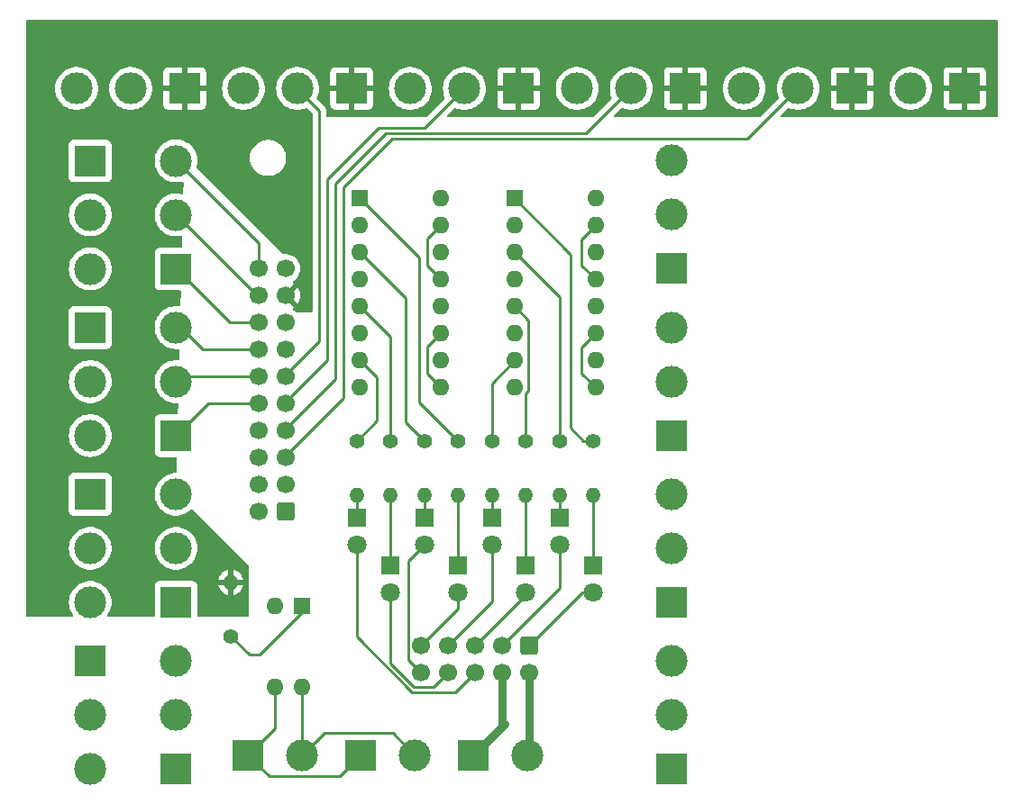
<source format=gbr>
%TF.GenerationSoftware,KiCad,Pcbnew,7.0.6*%
%TF.CreationDate,2023-09-19T12:35:55+08:00*%
%TF.ProjectId,Control Panel Motherboard,436f6e74-726f-46c2-9050-616e656c204d,0*%
%TF.SameCoordinates,Original*%
%TF.FileFunction,Copper,L1,Top*%
%TF.FilePolarity,Positive*%
%FSLAX46Y46*%
G04 Gerber Fmt 4.6, Leading zero omitted, Abs format (unit mm)*
G04 Created by KiCad (PCBNEW 7.0.6) date 2023-09-19 12:35:55*
%MOMM*%
%LPD*%
G01*
G04 APERTURE LIST*
G04 Aperture macros list*
%AMRoundRect*
0 Rectangle with rounded corners*
0 $1 Rounding radius*
0 $2 $3 $4 $5 $6 $7 $8 $9 X,Y pos of 4 corners*
0 Add a 4 corners polygon primitive as box body*
4,1,4,$2,$3,$4,$5,$6,$7,$8,$9,$2,$3,0*
0 Add four circle primitives for the rounded corners*
1,1,$1+$1,$2,$3*
1,1,$1+$1,$4,$5*
1,1,$1+$1,$6,$7*
1,1,$1+$1,$8,$9*
0 Add four rect primitives between the rounded corners*
20,1,$1+$1,$2,$3,$4,$5,0*
20,1,$1+$1,$4,$5,$6,$7,0*
20,1,$1+$1,$6,$7,$8,$9,0*
20,1,$1+$1,$8,$9,$2,$3,0*%
G04 Aperture macros list end*
%TA.AperFunction,ComponentPad*%
%ADD10C,1.700000*%
%TD*%
%TA.AperFunction,ComponentPad*%
%ADD11RoundRect,0.250000X-0.600000X0.600000X-0.600000X-0.600000X0.600000X-0.600000X0.600000X0.600000X0*%
%TD*%
%TA.AperFunction,ComponentPad*%
%ADD12C,1.800000*%
%TD*%
%TA.AperFunction,ComponentPad*%
%ADD13R,1.800000X1.800000*%
%TD*%
%TA.AperFunction,ComponentPad*%
%ADD14R,3.000000X3.000000*%
%TD*%
%TA.AperFunction,ComponentPad*%
%ADD15C,3.000000*%
%TD*%
%TA.AperFunction,ComponentPad*%
%ADD16C,1.400000*%
%TD*%
%TA.AperFunction,ComponentPad*%
%ADD17O,1.400000X1.400000*%
%TD*%
%TA.AperFunction,ComponentPad*%
%ADD18R,1.600000X1.600000*%
%TD*%
%TA.AperFunction,ComponentPad*%
%ADD19O,1.600000X1.600000*%
%TD*%
%TA.AperFunction,ComponentPad*%
%ADD20RoundRect,0.250000X0.600000X0.600000X-0.600000X0.600000X-0.600000X-0.600000X0.600000X-0.600000X0*%
%TD*%
%TA.AperFunction,Conductor*%
%ADD21C,0.250000*%
%TD*%
%TA.AperFunction,Conductor*%
%ADD22C,0.750000*%
%TD*%
G04 APERTURE END LIST*
D10*
%TO.P,IDC_RF1,10,Pin_10*%
%TO.N,/C_OFF*%
X36478400Y-59563000D03*
%TO.P,IDC_RF1,9,Pin_9*%
%TO.N,/C_ON*%
X36478400Y-57023000D03*
%TO.P,IDC_RF1,8,Pin_8*%
%TO.N,/D_ON*%
X39018400Y-59563000D03*
%TO.P,IDC_RF1,7,Pin_7*%
%TO.N,/B_OFF*%
X39018400Y-57023000D03*
%TO.P,IDC_RF1,6,Pin_6*%
%TO.N,/D_OFF*%
X41558400Y-59563000D03*
%TO.P,IDC_RF1,5,Pin_5*%
%TO.N,/B_ON*%
X41558400Y-57023000D03*
%TO.P,IDC_RF1,4,Pin_4*%
%TO.N,/3V3*%
X44098400Y-59563000D03*
%TO.P,IDC_RF1,3,Pin_3*%
%TO.N,/A_OFF*%
X44098400Y-57023000D03*
%TO.P,IDC_RF1,2,Pin_2*%
%TO.N,/GND*%
X46638400Y-59563000D03*
D11*
%TO.P,IDC_RF1,1,Pin_1*%
%TO.N,/A_ON*%
X46638400Y-57023000D03*
%TD*%
D12*
%TO.P,D8,2,A*%
%TO.N,/D_OFF*%
X30434000Y-47549600D03*
D13*
%TO.P,D8,1,K*%
%TO.N,Net-(D8-K)*%
X30434000Y-45009600D03*
%TD*%
D12*
%TO.P,D7,2,A*%
%TO.N,/D_ON*%
X33609000Y-52049600D03*
D13*
%TO.P,D7,1,K*%
%TO.N,Net-(D7-K)*%
X33609000Y-49509600D03*
%TD*%
D12*
%TO.P,D6,2,A*%
%TO.N,/C_OFF*%
X36784000Y-47549600D03*
D13*
%TO.P,D6,1,K*%
%TO.N,Net-(D6-K)*%
X36784000Y-45009600D03*
%TD*%
D12*
%TO.P,D5,2,A*%
%TO.N,/C_ON*%
X39959000Y-52049600D03*
D13*
%TO.P,D5,1,K*%
%TO.N,Net-(D5-K)*%
X39959000Y-49509600D03*
%TD*%
%TO.P,D4,1,K*%
%TO.N,Net-(D4-K)*%
X43134000Y-45009600D03*
D12*
%TO.P,D4,2,A*%
%TO.N,/B_OFF*%
X43134000Y-47549600D03*
%TD*%
%TO.P,D3,2,A*%
%TO.N,/B_ON*%
X46309000Y-52049600D03*
D13*
%TO.P,D3,1,K*%
%TO.N,Net-(D3-K)*%
X46309000Y-49509600D03*
%TD*%
%TO.P,D2,1,K*%
%TO.N,Net-(D2-K)*%
X49484000Y-45009600D03*
D12*
%TO.P,D2,2,A*%
%TO.N,/A_OFF*%
X49484000Y-47549600D03*
%TD*%
%TO.P,D1,2,A*%
%TO.N,/A_ON*%
X52667650Y-52044200D03*
D13*
%TO.P,D1,1,K*%
%TO.N,Net-(D1-K)*%
X52667650Y-49504200D03*
%TD*%
D14*
%TO.P,J12,1,Pin_1*%
%TO.N,/5V*%
X87546000Y-4635000D03*
D15*
%TO.P,J12,2,Pin_2*%
%TO.N,/GND*%
X82466000Y-4635000D03*
%TD*%
%TO.P,J17,3,Pin_3*%
%TO.N,/GND*%
X66808600Y-4636000D03*
%TO.P,J17,2,Pin_2*%
%TO.N,/VR_1*%
X71888600Y-4636000D03*
D14*
%TO.P,J17,1,Pin_1*%
%TO.N,/5V*%
X76968600Y-4636000D03*
%TD*%
D16*
%TO.P,R9,1*%
%TO.N,Net-(R9-Pad1)*%
X30434000Y-37776000D03*
D17*
%TO.P,R9,2*%
%TO.N,Net-(D8-K)*%
X30434000Y-42856000D03*
%TD*%
D15*
%TO.P,J2,3,Pin_3*%
%TO.N,/GND*%
X5398000Y-37289400D03*
%TO.P,J2,2,Pin_2*%
X5398000Y-32209400D03*
D14*
%TO.P,J2,1,Pin_1*%
X5398000Y-27129400D03*
%TD*%
%TO.P,J7,1,Pin_1*%
%TO.N,/SW_R4*%
X13462000Y-52961200D03*
D15*
%TO.P,J7,2,Pin_2*%
%TO.N,/SW_R3*%
X13462000Y-47881200D03*
%TO.P,J7,3,Pin_3*%
%TO.N,/SW_R2*%
X13462000Y-42801200D03*
%TD*%
D16*
%TO.P,R3,1*%
%TO.N,Net-(R3-Pad1)*%
X49484000Y-37776000D03*
D17*
%TO.P,R3,2*%
%TO.N,Net-(D2-K)*%
X49484000Y-42856000D03*
%TD*%
D18*
%TO.P,U2,1*%
%TO.N,Net-(R2-Pad1)*%
X45267650Y-14986000D03*
D19*
%TO.P,U2,2*%
%TO.N,/GND*%
X45267650Y-17526000D03*
%TO.P,U2,3*%
%TO.N,Net-(R3-Pad1)*%
X45267650Y-20066000D03*
%TO.P,U2,4*%
%TO.N,/GND*%
X45267650Y-22606000D03*
%TO.P,U2,5*%
%TO.N,Net-(R4-Pad1)*%
X45267650Y-25146000D03*
%TO.P,U2,6*%
%TO.N,/GND*%
X45267650Y-27686000D03*
%TO.P,U2,7*%
%TO.N,Net-(R5-Pad1)*%
X45267650Y-30226000D03*
%TO.P,U2,8*%
%TO.N,/GND*%
X45267650Y-32766000D03*
%TO.P,U2,9*%
%TO.N,Net-(J19-Pin_1)*%
X52887650Y-32766000D03*
%TO.P,U2,10*%
%TO.N,Net-(J19-Pin_2)*%
X52887650Y-30226000D03*
%TO.P,U2,11*%
%TO.N,Net-(J19-Pin_1)*%
X52887650Y-27686000D03*
%TO.P,U2,12*%
%TO.N,Net-(J19-Pin_3)*%
X52887650Y-25146000D03*
%TO.P,U2,13*%
%TO.N,Net-(J18-Pin_1)*%
X52887650Y-22606000D03*
%TO.P,U2,14*%
%TO.N,Net-(J18-Pin_2)*%
X52887650Y-20066000D03*
%TO.P,U2,15*%
%TO.N,Net-(J18-Pin_1)*%
X52887650Y-17526000D03*
%TO.P,U2,16*%
%TO.N,Net-(J18-Pin_3)*%
X52887650Y-14986000D03*
%TD*%
D20*
%TO.P,J11,1,Pin_1*%
%TO.N,/SW_P2*%
X23771400Y-44438000D03*
D10*
%TO.P,J11,2,Pin_2*%
%TO.N,/SW_P1*%
X21231400Y-44438000D03*
%TO.P,J11,3,Pin_3*%
%TO.N,/SW_P3*%
X23771400Y-41898000D03*
%TO.P,J11,4,Pin_4*%
%TO.N,/SW_R4*%
X21231400Y-41898000D03*
%TO.P,J11,5,Pin_5*%
%TO.N,/VR_1*%
X23771400Y-39358000D03*
%TO.P,J11,6,Pin_6*%
%TO.N,/SW_R3*%
X21231400Y-39358000D03*
%TO.P,J11,7,Pin_7*%
%TO.N,/VR_2*%
X23771400Y-36818000D03*
%TO.P,J11,8,Pin_8*%
%TO.N,/SW_R2*%
X21231400Y-36818000D03*
%TO.P,J11,9,Pin_9*%
%TO.N,/VR_3*%
X23771400Y-34278000D03*
%TO.P,J11,10,Pin_10*%
%TO.N,/SW_R1*%
X21231400Y-34278000D03*
%TO.P,J11,11,Pin_11*%
%TO.N,/VR_4*%
X23771400Y-31738000D03*
%TO.P,J11,12,Pin_12*%
%TO.N,/SW_T5*%
X21231400Y-31738000D03*
%TO.P,J11,13,Pin_13*%
%TO.N,/VR_5*%
X23771400Y-29198000D03*
%TO.P,J11,14,Pin_14*%
%TO.N,/SW_T4*%
X21231400Y-29198000D03*
%TO.P,J11,15,Pin_15*%
%TO.N,unconnected-(J11-Pin_15-Pad15)*%
X23771400Y-26658000D03*
%TO.P,J11,16,Pin_16*%
%TO.N,/SW_T3*%
X21231400Y-26658000D03*
%TO.P,J11,17,Pin_17*%
%TO.N,/5V*%
X23771400Y-24118000D03*
%TO.P,J11,18,Pin_18*%
%TO.N,/SW_T2*%
X21231400Y-24118000D03*
%TO.P,J11,19,Pin_19*%
%TO.N,/GND*%
X23771400Y-21578000D03*
%TO.P,J11,20,Pin_20*%
%TO.N,/SW_T1*%
X21231400Y-21578000D03*
%TD*%
D15*
%TO.P,J8,3,Pin_3*%
%TO.N,/SW_P1*%
X13462000Y-58470800D03*
%TO.P,J8,2,Pin_2*%
%TO.N,/SW_P2*%
X13462000Y-63550800D03*
D14*
%TO.P,J8,1,Pin_1*%
%TO.N,/SW_P3*%
X13462000Y-68630800D03*
%TD*%
%TO.P,J6,1,Pin_1*%
%TO.N,/SW_R1*%
X13462000Y-37289400D03*
D15*
%TO.P,J6,2,Pin_2*%
%TO.N,/SW_T5*%
X13462000Y-32209400D03*
%TO.P,J6,3,Pin_3*%
%TO.N,/SW_T4*%
X13462000Y-27129400D03*
%TD*%
%TO.P,J1,3,Pin_3*%
%TO.N,/GND*%
X5398000Y-21613200D03*
%TO.P,J1,2,Pin_2*%
X5398000Y-16533200D03*
D14*
%TO.P,J1,1,Pin_1*%
X5398000Y-11453200D03*
%TD*%
D15*
%TO.P,J4,3,Pin_3*%
%TO.N,/GND*%
X5398000Y-68630800D03*
%TO.P,J4,2,Pin_2*%
X5398000Y-63550800D03*
D14*
%TO.P,J4,1,Pin_1*%
X5398000Y-58470800D03*
%TD*%
D16*
%TO.P,R5,1*%
%TO.N,Net-(R5-Pad1)*%
X43134000Y-37776000D03*
D17*
%TO.P,R5,2*%
%TO.N,Net-(D4-K)*%
X43134000Y-42856000D03*
%TD*%
D14*
%TO.P,J13,1,Pin_1*%
%TO.N,/5V*%
X14277000Y-4636000D03*
D15*
%TO.P,J13,2,Pin_2*%
%TO.N,/VR_5*%
X9197000Y-4636000D03*
%TO.P,J13,3,Pin_3*%
%TO.N,/GND*%
X4117000Y-4636000D03*
%TD*%
D14*
%TO.P,J9,1,Pin_1*%
%TO.N,Net-(J10-Pin_1)*%
X20236000Y-67348600D03*
D15*
%TO.P,J9,2,Pin_2*%
%TO.N,Net-(J10-Pin_2)*%
X25316000Y-67348600D03*
%TD*%
D14*
%TO.P,J16,1,Pin_1*%
%TO.N,/5V*%
X61296800Y-4636000D03*
D15*
%TO.P,J16,2,Pin_2*%
%TO.N,/VR_2*%
X56216800Y-4636000D03*
%TO.P,J16,3,Pin_3*%
%TO.N,/GND*%
X51136800Y-4636000D03*
%TD*%
D17*
%TO.P,R7,2*%
%TO.N,Net-(D6-K)*%
X36784000Y-42856000D03*
D16*
%TO.P,R7,1*%
%TO.N,Net-(R7-Pad1)*%
X36784000Y-37776000D03*
%TD*%
D15*
%TO.P,J18,3,Pin_3*%
%TO.N,Net-(J18-Pin_3)*%
X60008000Y-11432200D03*
%TO.P,J18,2,Pin_2*%
%TO.N,Net-(J18-Pin_2)*%
X60008000Y-16512200D03*
D14*
%TO.P,J18,1,Pin_1*%
%TO.N,Net-(J18-Pin_1)*%
X60008000Y-21592200D03*
%TD*%
D15*
%TO.P,J22,2,Pin_2*%
%TO.N,/GND*%
X46464400Y-67348600D03*
D14*
%TO.P,J22,1,Pin_1*%
%TO.N,/3V3*%
X41384400Y-67348600D03*
%TD*%
%TO.P,J14,1,Pin_1*%
%TO.N,/5V*%
X29953200Y-4636000D03*
D15*
%TO.P,J14,2,Pin_2*%
%TO.N,/VR_4*%
X24873200Y-4636000D03*
%TO.P,J14,3,Pin_3*%
%TO.N,/GND*%
X19793200Y-4636000D03*
%TD*%
D14*
%TO.P,J10,1,Pin_1*%
%TO.N,Net-(J10-Pin_1)*%
X30802400Y-67348600D03*
D15*
%TO.P,J10,2,Pin_2*%
%TO.N,Net-(J10-Pin_2)*%
X35882400Y-67348600D03*
%TD*%
D17*
%TO.P,R6,2*%
%TO.N,Net-(D5-K)*%
X39959000Y-42856000D03*
D16*
%TO.P,R6,1*%
%TO.N,Net-(R6-Pad1)*%
X39959000Y-37776000D03*
%TD*%
D15*
%TO.P,J21,3,Pin_3*%
%TO.N,Net-(J21-Pin_3)*%
X60008000Y-58449800D03*
%TO.P,J21,2,Pin_2*%
%TO.N,Net-(J21-Pin_2)*%
X60008000Y-63529800D03*
D14*
%TO.P,J21,1,Pin_1*%
%TO.N,Net-(J21-Pin_1)*%
X60008000Y-68609800D03*
%TD*%
D18*
%TO.P,U3,1*%
%TO.N,Net-(R6-Pad1)*%
X30734000Y-14986000D03*
D19*
%TO.P,U3,2*%
%TO.N,/GND*%
X30734000Y-17526000D03*
%TO.P,U3,3*%
%TO.N,Net-(R7-Pad1)*%
X30734000Y-20066000D03*
%TO.P,U3,4*%
%TO.N,/GND*%
X30734000Y-22606000D03*
%TO.P,U3,5*%
%TO.N,Net-(R8-Pad1)*%
X30734000Y-25146000D03*
%TO.P,U3,6*%
%TO.N,/GND*%
X30734000Y-27686000D03*
%TO.P,U3,7*%
%TO.N,Net-(R9-Pad1)*%
X30734000Y-30226000D03*
%TO.P,U3,8*%
%TO.N,/GND*%
X30734000Y-32766000D03*
%TO.P,U3,9*%
%TO.N,Net-(J21-Pin_1)*%
X38354000Y-32766000D03*
%TO.P,U3,10*%
%TO.N,Net-(J21-Pin_2)*%
X38354000Y-30226000D03*
%TO.P,U3,11*%
%TO.N,Net-(J21-Pin_1)*%
X38354000Y-27686000D03*
%TO.P,U3,12*%
%TO.N,Net-(J21-Pin_3)*%
X38354000Y-25146000D03*
%TO.P,U3,13*%
%TO.N,Net-(J20-Pin_1)*%
X38354000Y-22606000D03*
%TO.P,U3,14*%
%TO.N,Net-(J20-Pin_2)*%
X38354000Y-20066000D03*
%TO.P,U3,15*%
%TO.N,Net-(J20-Pin_1)*%
X38354000Y-17526000D03*
%TO.P,U3,16*%
%TO.N,Net-(J20-Pin_3)*%
X38354000Y-14986000D03*
%TD*%
D16*
%TO.P,R8,1*%
%TO.N,Net-(R8-Pad1)*%
X33609000Y-37776000D03*
D17*
%TO.P,R8,2*%
%TO.N,Net-(D7-K)*%
X33609000Y-42856000D03*
%TD*%
D14*
%TO.P,J15,1,Pin_1*%
%TO.N,/5V*%
X45625000Y-4636000D03*
D15*
%TO.P,J15,2,Pin_2*%
%TO.N,/VR_3*%
X40545000Y-4636000D03*
%TO.P,J15,3,Pin_3*%
%TO.N,/GND*%
X35465000Y-4636000D03*
%TD*%
D14*
%TO.P,J3,1,Pin_1*%
%TO.N,/GND*%
X5398000Y-42801200D03*
D15*
%TO.P,J3,2,Pin_2*%
X5398000Y-47881200D03*
%TO.P,J3,3,Pin_3*%
X5398000Y-52961200D03*
%TD*%
D17*
%TO.P,R4,2*%
%TO.N,Net-(D3-K)*%
X46309000Y-42856000D03*
D16*
%TO.P,R4,1*%
%TO.N,Net-(R4-Pad1)*%
X46309000Y-37776000D03*
%TD*%
D14*
%TO.P,J20,1,Pin_1*%
%TO.N,Net-(J20-Pin_1)*%
X60008000Y-52940200D03*
D15*
%TO.P,J20,2,Pin_2*%
%TO.N,Net-(J20-Pin_2)*%
X60008000Y-47860200D03*
%TO.P,J20,3,Pin_3*%
%TO.N,Net-(J20-Pin_3)*%
X60008000Y-42780200D03*
%TD*%
D16*
%TO.P,R2,1*%
%TO.N,Net-(R2-Pad1)*%
X52667650Y-37770600D03*
D17*
%TO.P,R2,2*%
%TO.N,Net-(D1-K)*%
X52667650Y-42850600D03*
%TD*%
D14*
%TO.P,J19,1,Pin_1*%
%TO.N,Net-(J19-Pin_1)*%
X60008000Y-37268400D03*
D15*
%TO.P,J19,2,Pin_2*%
%TO.N,Net-(J19-Pin_2)*%
X60008000Y-32188400D03*
%TO.P,J19,3,Pin_3*%
%TO.N,Net-(J19-Pin_3)*%
X60008000Y-27108400D03*
%TD*%
D14*
%TO.P,J5,1,Pin_1*%
%TO.N,/SW_T3*%
X13462000Y-21613200D03*
D15*
%TO.P,J5,2,Pin_2*%
%TO.N,/SW_T2*%
X13462000Y-16533200D03*
%TO.P,J5,3,Pin_3*%
%TO.N,/SW_T1*%
X13462000Y-11453200D03*
%TD*%
D16*
%TO.P,R1,1*%
%TO.N,Net-(R1-Pad1)*%
X18601400Y-56169600D03*
D17*
%TO.P,R1,2*%
%TO.N,/5V*%
X18601400Y-51089600D03*
%TD*%
D19*
%TO.P,U1,4*%
%TO.N,Net-(J10-Pin_2)*%
X25316000Y-60944600D03*
%TO.P,U1,3*%
%TO.N,Net-(J10-Pin_1)*%
X22776000Y-60944600D03*
%TO.P,U1,2*%
%TO.N,/SW_T5*%
X22776000Y-53324600D03*
D18*
%TO.P,U1,1*%
%TO.N,Net-(R1-Pad1)*%
X25316000Y-53324600D03*
%TD*%
D21*
%TO.N,Net-(R3-Pad1)*%
X49484000Y-24282350D02*
X45267650Y-20066000D01*
X49484000Y-37776000D02*
X49484000Y-24282350D01*
%TO.N,Net-(R2-Pad1)*%
X50550000Y-20268350D02*
X45267650Y-14986000D01*
X51744600Y-37770600D02*
X50550000Y-36576000D01*
X50550000Y-36576000D02*
X50550000Y-20268350D01*
X52667650Y-37770600D02*
X51744600Y-37770600D01*
%TO.N,Net-(R4-Pad1)*%
X46559000Y-33065641D02*
X46559000Y-26437350D01*
X46309000Y-33315641D02*
X46559000Y-33065641D01*
X46309000Y-37776000D02*
X46309000Y-33315641D01*
%TO.N,Net-(R5-Pad1)*%
X43134000Y-37776000D02*
X43134000Y-32359650D01*
X43134000Y-32359650D02*
X45267650Y-30226000D01*
%TO.N,Net-(R8-Pad1)*%
X33590000Y-28002000D02*
X30734000Y-25146000D01*
X33609000Y-37776000D02*
X33590000Y-37757000D01*
X33590000Y-37757000D02*
X33590000Y-28002000D01*
%TO.N,Net-(R9-Pad1)*%
X32316000Y-31808000D02*
X30734000Y-30226000D01*
X32316000Y-35894000D02*
X32316000Y-31808000D01*
X30434000Y-37776000D02*
X32316000Y-35894000D01*
%TO.N,Net-(R7-Pad1)*%
X35052000Y-36044000D02*
X35052000Y-35794000D01*
X36784000Y-37776000D02*
X35052000Y-36044000D01*
%TO.N,Net-(R6-Pad1)*%
X39959000Y-37776000D02*
X36322000Y-34139000D01*
X36322000Y-34139000D02*
X36322000Y-33889000D01*
D22*
%TO.N,/GND*%
X46888400Y-66924600D02*
X46464400Y-67348600D01*
X46638400Y-59563000D02*
X46638400Y-66924600D01*
%TO.N,/3V3*%
X44348400Y-64384600D02*
X41384400Y-67348600D01*
X44098400Y-59563000D02*
X44098400Y-64384600D01*
D21*
%TO.N,/D_OFF*%
X39711400Y-61410000D02*
X41558400Y-59563000D01*
X35631604Y-61410000D02*
X39711400Y-61410000D01*
X30434000Y-56212396D02*
X35631604Y-61410000D01*
X30434000Y-47549600D02*
X30434000Y-56212396D01*
%TO.N,/D_ON*%
X37621400Y-60960000D02*
X39018400Y-59563000D01*
X35818000Y-60960000D02*
X37621400Y-60960000D01*
X33609000Y-52049600D02*
X33609000Y-58751000D01*
X33609000Y-58751000D02*
X35818000Y-60960000D01*
%TO.N,/B_OFF*%
X43134000Y-52907400D02*
X39018400Y-57023000D01*
X43134000Y-47549600D02*
X43134000Y-52907400D01*
%TO.N,/B_ON*%
X46309000Y-52272400D02*
X41558400Y-57023000D01*
X46309000Y-52049600D02*
X46309000Y-52272400D01*
%TO.N,/A_OFF*%
X49484000Y-51637400D02*
X44098400Y-57023000D01*
X49484000Y-47549600D02*
X49484000Y-51637400D01*
%TO.N,/A_ON*%
X51617200Y-52044200D02*
X46638400Y-57023000D01*
X52667650Y-52044200D02*
X51617200Y-52044200D01*
%TO.N,/C_ON*%
X39959000Y-53542400D02*
X36478400Y-57023000D01*
X39959000Y-52049600D02*
X39959000Y-53542400D01*
%TO.N,/C_OFF*%
X35303400Y-58388000D02*
X36478400Y-59563000D01*
X35303400Y-49030200D02*
X35303400Y-58388000D01*
X36784000Y-47549600D02*
X35303400Y-49030200D01*
%TO.N,Net-(D1-K)*%
X52667650Y-42850600D02*
X52667650Y-49504200D01*
%TO.N,Net-(D2-K)*%
X49484000Y-42856000D02*
X49484000Y-45009600D01*
%TO.N,Net-(D3-K)*%
X46309000Y-42856000D02*
X46309000Y-49509600D01*
%TO.N,Net-(D4-K)*%
X43134000Y-42856000D02*
X43134000Y-45009600D01*
%TO.N,Net-(D5-K)*%
X39959000Y-42856000D02*
X39959000Y-49509600D01*
%TO.N,Net-(D6-K)*%
X36784000Y-42856000D02*
X36784000Y-45009600D01*
%TO.N,Net-(D7-K)*%
X33609000Y-42856000D02*
X33609000Y-49509600D01*
%TO.N,Net-(D8-K)*%
X30434000Y-42856000D02*
X30434000Y-45009600D01*
%TO.N,/SW_T5*%
X13474000Y-31738000D02*
X13462000Y-31750000D01*
X21070000Y-31738000D02*
X13474000Y-31738000D01*
X21082000Y-31750000D02*
X21070000Y-31738000D01*
%TO.N,Net-(R1-Pad1)*%
X20343800Y-57912000D02*
X18601400Y-56169600D01*
X21336000Y-57912000D02*
X20343800Y-57912000D01*
X25316000Y-53932000D02*
X21336000Y-57912000D01*
X25316000Y-53324600D02*
X25316000Y-53932000D01*
%TO.N,/VR_2*%
X28448000Y-32004000D02*
X23622000Y-36830000D01*
X33147000Y-8890000D02*
X28448000Y-13589000D01*
X51962800Y-8890000D02*
X33147000Y-8890000D01*
X56216800Y-4636000D02*
X51962800Y-8890000D01*
X28448000Y-13589000D02*
X28448000Y-32004000D01*
%TO.N,/VR_1*%
X29210000Y-33782000D02*
X23622000Y-39370000D01*
X33782000Y-9398000D02*
X29210000Y-13970000D01*
X29210000Y-13970000D02*
X29210000Y-33782000D01*
X67126600Y-9398000D02*
X33782000Y-9398000D01*
X71888600Y-4636000D02*
X67126600Y-9398000D01*
%TO.N,/VR_3*%
X27686000Y-13208000D02*
X27686000Y-30226000D01*
X36799000Y-8382000D02*
X32512000Y-8382000D01*
X32512000Y-8382000D02*
X27686000Y-13208000D01*
X40545000Y-4636000D02*
X36799000Y-8382000D01*
X27686000Y-30226000D02*
X23622000Y-34290000D01*
%TO.N,Net-(J10-Pin_2)*%
X27386600Y-65278000D02*
X25316000Y-67348600D01*
X33811800Y-65278000D02*
X27386600Y-65278000D01*
X35882400Y-67348600D02*
X33811800Y-65278000D01*
%TO.N,/SW_R1*%
X21082000Y-34290000D02*
X16461400Y-34290000D01*
X16461400Y-34290000D02*
X13921400Y-36830000D01*
X13921400Y-36830000D02*
X13462000Y-36830000D01*
%TO.N,Net-(J10-Pin_1)*%
X22229400Y-69342000D02*
X20236000Y-67348600D01*
X28809000Y-69342000D02*
X22229400Y-69342000D01*
X30802400Y-67348600D02*
X28809000Y-69342000D01*
%TO.N,Net-(J10-Pin_2)*%
X25316000Y-60944600D02*
X25316000Y-67348600D01*
%TO.N,Net-(J10-Pin_1)*%
X22776000Y-60944600D02*
X22776000Y-64808600D01*
X22776000Y-64808600D02*
X20236000Y-67348600D01*
%TO.N,/VR_4*%
X26924000Y-6731000D02*
X24638000Y-4445000D01*
X26924000Y-28448000D02*
X26924000Y-6731000D01*
X23622000Y-31750000D02*
X26924000Y-28448000D01*
%TO.N,Net-(J20-Pin_1)*%
X37084000Y-21336000D02*
X38354000Y-22606000D01*
X38354000Y-17526000D02*
X37084000Y-18796000D01*
X37084000Y-18796000D02*
X37084000Y-21336000D01*
%TO.N,Net-(J18-Pin_1)*%
X51562000Y-18851650D02*
X51562000Y-21280350D01*
X52887650Y-17526000D02*
X51562000Y-18851650D01*
X51562000Y-21280350D02*
X52887650Y-22606000D01*
%TO.N,Net-(J19-Pin_1)*%
X51562000Y-31440350D02*
X52887650Y-32766000D01*
X51562000Y-29011650D02*
X51562000Y-31440350D01*
X52887650Y-27686000D02*
X51562000Y-29011650D01*
%TO.N,Net-(J21-Pin_1)*%
X37084000Y-31496000D02*
X38354000Y-32766000D01*
X37084000Y-28956000D02*
X37084000Y-31496000D01*
X38354000Y-27686000D02*
X37084000Y-28956000D01*
%TO.N,/SW_T1*%
X21231400Y-19199400D02*
X13462000Y-11430000D01*
X21231400Y-21578000D02*
X21231400Y-19199400D01*
%TO.N,/SW_T2*%
X21082000Y-24130000D02*
X13462000Y-16510000D01*
%TO.N,/SW_T3*%
X18542000Y-26670000D02*
X13462000Y-21590000D01*
X21082000Y-26670000D02*
X18542000Y-26670000D01*
%TO.N,/SW_T4*%
X16002000Y-29210000D02*
X13462000Y-26670000D01*
X21082000Y-29210000D02*
X16002000Y-29210000D01*
%TO.N,Net-(R4-Pad1)*%
X46559000Y-26437350D02*
X45267650Y-25146000D01*
%TO.N,Net-(R6-Pad1)*%
X36322000Y-20574000D02*
X30734000Y-14986000D01*
X36322000Y-33889000D02*
X36322000Y-20574000D01*
%TO.N,Net-(R7-Pad1)*%
X35052000Y-24384000D02*
X30734000Y-20066000D01*
X35052000Y-35794000D02*
X35052000Y-24384000D01*
%TD*%
%TA.AperFunction,Conductor*%
%TO.N,/5V*%
G36*
X90620539Y1757815D02*
G01*
X90666294Y1705011D01*
X90677500Y1653500D01*
X90677500Y-7242000D01*
X90657815Y-7309039D01*
X90605011Y-7354794D01*
X90553500Y-7366000D01*
X70353866Y-7366000D01*
X70286827Y-7346315D01*
X70241072Y-7293511D01*
X70231128Y-7224353D01*
X70260153Y-7160797D01*
X70266185Y-7154319D01*
X70463420Y-6957084D01*
X70926862Y-6493641D01*
X70988183Y-6460158D01*
X71057874Y-6465142D01*
X71063926Y-6467583D01*
X71214423Y-6532953D01*
X71479004Y-6607085D01*
X71718320Y-6639978D01*
X71751214Y-6644500D01*
X71751215Y-6644500D01*
X72025986Y-6644500D01*
X72055333Y-6640466D01*
X72298196Y-6607085D01*
X72562777Y-6532953D01*
X72771352Y-6442356D01*
X72814798Y-6423485D01*
X72814958Y-6423388D01*
X73049569Y-6280718D01*
X73168643Y-6183844D01*
X74968600Y-6183844D01*
X74975001Y-6243372D01*
X74975003Y-6243379D01*
X75025245Y-6378086D01*
X75025249Y-6378093D01*
X75111409Y-6493187D01*
X75111412Y-6493190D01*
X75226506Y-6579350D01*
X75226513Y-6579354D01*
X75361220Y-6629596D01*
X75361227Y-6629598D01*
X75420755Y-6635999D01*
X75420772Y-6636000D01*
X76718600Y-6636000D01*
X76718600Y-5357802D01*
X76879769Y-5396000D01*
X77012867Y-5396000D01*
X77145061Y-5380549D01*
X77218600Y-5353782D01*
X77218600Y-6636000D01*
X78516428Y-6636000D01*
X78516444Y-6635999D01*
X78575972Y-6629598D01*
X78575979Y-6629596D01*
X78710686Y-6579354D01*
X78710693Y-6579350D01*
X78825787Y-6493190D01*
X78825790Y-6493187D01*
X78911950Y-6378093D01*
X78911954Y-6378086D01*
X78962196Y-6243379D01*
X78962198Y-6243372D01*
X78968599Y-6183844D01*
X78968600Y-6183827D01*
X78968600Y-4886000D01*
X77687083Y-4886000D01*
X77722149Y-4768871D01*
X77729946Y-4634999D01*
X80452807Y-4634999D01*
X80471557Y-4909130D01*
X80471558Y-4909132D01*
X80527458Y-5178141D01*
X80527463Y-5178158D01*
X80619476Y-5437056D01*
X80745889Y-5681024D01*
X80745893Y-5681030D01*
X80904340Y-5905499D01*
X80904343Y-5905502D01*
X81091889Y-6106314D01*
X81305031Y-6279718D01*
X81305033Y-6279719D01*
X81305034Y-6279720D01*
X81539801Y-6422485D01*
X81734440Y-6507028D01*
X81791823Y-6531953D01*
X82056404Y-6606085D01*
X82295720Y-6638978D01*
X82328614Y-6643500D01*
X82328615Y-6643500D01*
X82603386Y-6643500D01*
X82632733Y-6639466D01*
X82875596Y-6606085D01*
X83140177Y-6531953D01*
X83365761Y-6433968D01*
X83392198Y-6422485D01*
X83453550Y-6385176D01*
X83626969Y-6279718D01*
X83746043Y-6182844D01*
X85546000Y-6182844D01*
X85552401Y-6242372D01*
X85552403Y-6242379D01*
X85602645Y-6377086D01*
X85602649Y-6377093D01*
X85688809Y-6492187D01*
X85688812Y-6492190D01*
X85803906Y-6578350D01*
X85803913Y-6578354D01*
X85938620Y-6628596D01*
X85938627Y-6628598D01*
X85998155Y-6634999D01*
X85998172Y-6635000D01*
X87296000Y-6635000D01*
X87296000Y-5356802D01*
X87457169Y-5395000D01*
X87590267Y-5395000D01*
X87722461Y-5379549D01*
X87796000Y-5352782D01*
X87796000Y-6635000D01*
X89093828Y-6635000D01*
X89093844Y-6634999D01*
X89153372Y-6628598D01*
X89153379Y-6628596D01*
X89288086Y-6578354D01*
X89288093Y-6578350D01*
X89403187Y-6492190D01*
X89403190Y-6492187D01*
X89489350Y-6377093D01*
X89489354Y-6377086D01*
X89539596Y-6242379D01*
X89539598Y-6242372D01*
X89545999Y-6182844D01*
X89546000Y-6182827D01*
X89546000Y-4885000D01*
X88264483Y-4885000D01*
X88299549Y-4767871D01*
X88309879Y-4590509D01*
X88279029Y-4415546D01*
X88265853Y-4385000D01*
X89546000Y-4385000D01*
X89546000Y-3087172D01*
X89545999Y-3087155D01*
X89539598Y-3027627D01*
X89539596Y-3027620D01*
X89489354Y-2892913D01*
X89489350Y-2892906D01*
X89403190Y-2777812D01*
X89403187Y-2777809D01*
X89288093Y-2691649D01*
X89288086Y-2691645D01*
X89153379Y-2641403D01*
X89153372Y-2641401D01*
X89093844Y-2635000D01*
X87796000Y-2635000D01*
X87796000Y-3913197D01*
X87634831Y-3875000D01*
X87501733Y-3875000D01*
X87369539Y-3890451D01*
X87296000Y-3917217D01*
X87296000Y-2635000D01*
X85998155Y-2635000D01*
X85938627Y-2641401D01*
X85938620Y-2641403D01*
X85803913Y-2691645D01*
X85803906Y-2691649D01*
X85688812Y-2777809D01*
X85688809Y-2777812D01*
X85602649Y-2892906D01*
X85602645Y-2892913D01*
X85552403Y-3027620D01*
X85552401Y-3027627D01*
X85546000Y-3087155D01*
X85546000Y-4385000D01*
X86827517Y-4385000D01*
X86792451Y-4502129D01*
X86782121Y-4679491D01*
X86812971Y-4854454D01*
X86826147Y-4885000D01*
X85546000Y-4885000D01*
X85546000Y-6182844D01*
X83746043Y-6182844D01*
X83840111Y-6106314D01*
X84027657Y-5905502D01*
X84186111Y-5681023D01*
X84312523Y-5437058D01*
X84404538Y-5178153D01*
X84404539Y-5178146D01*
X84404541Y-5178141D01*
X84454428Y-4938070D01*
X84460442Y-4909130D01*
X84479193Y-4635000D01*
X84460442Y-4360870D01*
X84437904Y-4252413D01*
X84404541Y-4091858D01*
X84404536Y-4091841D01*
X84333317Y-3891451D01*
X84312523Y-3832942D01*
X84186111Y-3588977D01*
X84186110Y-3588975D01*
X84186106Y-3588969D01*
X84027659Y-3364500D01*
X84009031Y-3344555D01*
X83840111Y-3163686D01*
X83626969Y-2990282D01*
X83626967Y-2990281D01*
X83626965Y-2990279D01*
X83392198Y-2847514D01*
X83140178Y-2738047D01*
X82875602Y-2663916D01*
X82875597Y-2663915D01*
X82875596Y-2663915D01*
X82739490Y-2645207D01*
X82603386Y-2626500D01*
X82603385Y-2626500D01*
X82328615Y-2626500D01*
X82328614Y-2626500D01*
X82056404Y-2663915D01*
X82056397Y-2663916D01*
X81791821Y-2738047D01*
X81539801Y-2847514D01*
X81305034Y-2990279D01*
X81091892Y-3163683D01*
X80904340Y-3364500D01*
X80745893Y-3588969D01*
X80745889Y-3588975D01*
X80619476Y-3832943D01*
X80527463Y-4091841D01*
X80527458Y-4091858D01*
X80471558Y-4360867D01*
X80471557Y-4360869D01*
X80452807Y-4634999D01*
X77729946Y-4634999D01*
X77732479Y-4591509D01*
X77701629Y-4416546D01*
X77688453Y-4386000D01*
X78968600Y-4386000D01*
X78968600Y-3088172D01*
X78968599Y-3088155D01*
X78962198Y-3028627D01*
X78962196Y-3028620D01*
X78911954Y-2893913D01*
X78911950Y-2893906D01*
X78825790Y-2778812D01*
X78825787Y-2778809D01*
X78710693Y-2692649D01*
X78710686Y-2692645D01*
X78575979Y-2642403D01*
X78575972Y-2642401D01*
X78516444Y-2636000D01*
X77218600Y-2636000D01*
X77218600Y-3914197D01*
X77057431Y-3876000D01*
X76924333Y-3876000D01*
X76792139Y-3891451D01*
X76718600Y-3918217D01*
X76718600Y-2636000D01*
X75420755Y-2636000D01*
X75361227Y-2642401D01*
X75361220Y-2642403D01*
X75226513Y-2692645D01*
X75226506Y-2692649D01*
X75111412Y-2778809D01*
X75111409Y-2778812D01*
X75025249Y-2893906D01*
X75025245Y-2893913D01*
X74975003Y-3028620D01*
X74975001Y-3028627D01*
X74968600Y-3088155D01*
X74968600Y-4386000D01*
X76250117Y-4386000D01*
X76215051Y-4503129D01*
X76204721Y-4680491D01*
X76235571Y-4855454D01*
X76248747Y-4886000D01*
X74968600Y-4886000D01*
X74968600Y-6183844D01*
X73168643Y-6183844D01*
X73262711Y-6107314D01*
X73450257Y-5906502D01*
X73608711Y-5682023D01*
X73735123Y-5438058D01*
X73827138Y-5179153D01*
X73827139Y-5179146D01*
X73827141Y-5179141D01*
X73877028Y-4939070D01*
X73883042Y-4910130D01*
X73901793Y-4636000D01*
X73883042Y-4361870D01*
X73860296Y-4252413D01*
X73827141Y-4092858D01*
X73827136Y-4092841D01*
X73764632Y-3916972D01*
X73735123Y-3833942D01*
X73608711Y-3589977D01*
X73608710Y-3589975D01*
X73608706Y-3589969D01*
X73450259Y-3365500D01*
X73431631Y-3345555D01*
X73262711Y-3164686D01*
X73049569Y-2991282D01*
X73049567Y-2991281D01*
X73049565Y-2991279D01*
X72814798Y-2848514D01*
X72562778Y-2739047D01*
X72298202Y-2664916D01*
X72298197Y-2664915D01*
X72298196Y-2664915D01*
X72134411Y-2642403D01*
X72025986Y-2627500D01*
X72025985Y-2627500D01*
X71751215Y-2627500D01*
X71751214Y-2627500D01*
X71479004Y-2664915D01*
X71478997Y-2664916D01*
X71214421Y-2739047D01*
X70962401Y-2848514D01*
X70727634Y-2991279D01*
X70514492Y-3164683D01*
X70326940Y-3365500D01*
X70168493Y-3589969D01*
X70168489Y-3589975D01*
X70042076Y-3833943D01*
X69950063Y-4092841D01*
X69950058Y-4092858D01*
X69894158Y-4361867D01*
X69894157Y-4361869D01*
X69875407Y-4635999D01*
X69894157Y-4910130D01*
X69894158Y-4910132D01*
X69950058Y-5179141D01*
X69950063Y-5179158D01*
X70042075Y-5438053D01*
X70042078Y-5438061D01*
X70051036Y-5455350D01*
X70064399Y-5523930D01*
X70038564Y-5588848D01*
X70028618Y-5600076D01*
X68299014Y-7329681D01*
X68237691Y-7363166D01*
X68211333Y-7366000D01*
X54682065Y-7366000D01*
X54615026Y-7346315D01*
X54569271Y-7293511D01*
X54559327Y-7224353D01*
X54588352Y-7160797D01*
X54594384Y-7154319D01*
X54791619Y-6957084D01*
X55255061Y-6493641D01*
X55316382Y-6460158D01*
X55386073Y-6465142D01*
X55392142Y-6467590D01*
X55472569Y-6502524D01*
X55542623Y-6532953D01*
X55807204Y-6607085D01*
X56046520Y-6639978D01*
X56079414Y-6644500D01*
X56079415Y-6644500D01*
X56354186Y-6644500D01*
X56383533Y-6640466D01*
X56626396Y-6607085D01*
X56890977Y-6532953D01*
X57099552Y-6442356D01*
X57142998Y-6423485D01*
X57143158Y-6423388D01*
X57377769Y-6280718D01*
X57496843Y-6183844D01*
X59296800Y-6183844D01*
X59303201Y-6243372D01*
X59303203Y-6243379D01*
X59353445Y-6378086D01*
X59353449Y-6378093D01*
X59439609Y-6493187D01*
X59439612Y-6493190D01*
X59554706Y-6579350D01*
X59554713Y-6579354D01*
X59689420Y-6629596D01*
X59689427Y-6629598D01*
X59748955Y-6635999D01*
X59748972Y-6636000D01*
X61046800Y-6636000D01*
X61046799Y-5357802D01*
X61207969Y-5396000D01*
X61341067Y-5396000D01*
X61473261Y-5380549D01*
X61546800Y-5353782D01*
X61546800Y-6636000D01*
X62844628Y-6636000D01*
X62844644Y-6635999D01*
X62904172Y-6629598D01*
X62904179Y-6629596D01*
X63038886Y-6579354D01*
X63038893Y-6579350D01*
X63153987Y-6493190D01*
X63153990Y-6493187D01*
X63240150Y-6378093D01*
X63240154Y-6378086D01*
X63290396Y-6243379D01*
X63290398Y-6243372D01*
X63296799Y-6183844D01*
X63296800Y-6183827D01*
X63296800Y-4886000D01*
X62015283Y-4886000D01*
X62050349Y-4768871D01*
X62058088Y-4635999D01*
X64795407Y-4635999D01*
X64814157Y-4910130D01*
X64814158Y-4910132D01*
X64870058Y-5179141D01*
X64870063Y-5179158D01*
X64962076Y-5438056D01*
X65088489Y-5682024D01*
X65088493Y-5682030D01*
X65246940Y-5906499D01*
X65246943Y-5906502D01*
X65434489Y-6107314D01*
X65647631Y-6280718D01*
X65647633Y-6280719D01*
X65647634Y-6280720D01*
X65882401Y-6423485D01*
X66040570Y-6492187D01*
X66134423Y-6532953D01*
X66399004Y-6607085D01*
X66638320Y-6639978D01*
X66671214Y-6644500D01*
X66671215Y-6644500D01*
X66945986Y-6644500D01*
X66975333Y-6640466D01*
X67218196Y-6607085D01*
X67482777Y-6532953D01*
X67691352Y-6442356D01*
X67734798Y-6423485D01*
X67734958Y-6423388D01*
X67969569Y-6280718D01*
X68182711Y-6107314D01*
X68370257Y-5906502D01*
X68528711Y-5682023D01*
X68655123Y-5438058D01*
X68747138Y-5179153D01*
X68747139Y-5179146D01*
X68747141Y-5179141D01*
X68797028Y-4939070D01*
X68803042Y-4910130D01*
X68821793Y-4636000D01*
X68803042Y-4361870D01*
X68780296Y-4252413D01*
X68747141Y-4092858D01*
X68747136Y-4092841D01*
X68684632Y-3916972D01*
X68655123Y-3833942D01*
X68528711Y-3589977D01*
X68528710Y-3589975D01*
X68528706Y-3589969D01*
X68370259Y-3365500D01*
X68351631Y-3345555D01*
X68182711Y-3164686D01*
X67969569Y-2991282D01*
X67969567Y-2991281D01*
X67969565Y-2991279D01*
X67734798Y-2848514D01*
X67482778Y-2739047D01*
X67218202Y-2664916D01*
X67218197Y-2664915D01*
X67218196Y-2664915D01*
X67054411Y-2642403D01*
X66945986Y-2627500D01*
X66945985Y-2627500D01*
X66671215Y-2627500D01*
X66671214Y-2627500D01*
X66399004Y-2664915D01*
X66398997Y-2664916D01*
X66134421Y-2739047D01*
X65882401Y-2848514D01*
X65647634Y-2991279D01*
X65434492Y-3164683D01*
X65246940Y-3365500D01*
X65088493Y-3589969D01*
X65088489Y-3589975D01*
X64962076Y-3833943D01*
X64870063Y-4092841D01*
X64870058Y-4092858D01*
X64814158Y-4361867D01*
X64814157Y-4361869D01*
X64795407Y-4635999D01*
X62058088Y-4635999D01*
X62060679Y-4591509D01*
X62029829Y-4416546D01*
X62016653Y-4386000D01*
X63296800Y-4386000D01*
X63296800Y-3088172D01*
X63296799Y-3088155D01*
X63290398Y-3028627D01*
X63290396Y-3028620D01*
X63240154Y-2893913D01*
X63240150Y-2893906D01*
X63153990Y-2778812D01*
X63153987Y-2778809D01*
X63038893Y-2692649D01*
X63038886Y-2692645D01*
X62904179Y-2642403D01*
X62904172Y-2642401D01*
X62844644Y-2636000D01*
X61546800Y-2636000D01*
X61546800Y-3914197D01*
X61385631Y-3876000D01*
X61252533Y-3876000D01*
X61120339Y-3891451D01*
X61046800Y-3918217D01*
X61046800Y-2636000D01*
X59748955Y-2636000D01*
X59689427Y-2642401D01*
X59689420Y-2642403D01*
X59554713Y-2692645D01*
X59554706Y-2692649D01*
X59439612Y-2778809D01*
X59439609Y-2778812D01*
X59353449Y-2893906D01*
X59353445Y-2893913D01*
X59303203Y-3028620D01*
X59303201Y-3028627D01*
X59296800Y-3088155D01*
X59296800Y-4386000D01*
X60578317Y-4386000D01*
X60543251Y-4503129D01*
X60532921Y-4680491D01*
X60563771Y-4855454D01*
X60576947Y-4886000D01*
X59296800Y-4886000D01*
X59296800Y-6183844D01*
X57496843Y-6183844D01*
X57590911Y-6107314D01*
X57778457Y-5906502D01*
X57936911Y-5682023D01*
X58063323Y-5438058D01*
X58155338Y-5179153D01*
X58155339Y-5179146D01*
X58155341Y-5179141D01*
X58205228Y-4939070D01*
X58211242Y-4910130D01*
X58229993Y-4636000D01*
X58211242Y-4361870D01*
X58188496Y-4252413D01*
X58155341Y-4092858D01*
X58155336Y-4092841D01*
X58092832Y-3916972D01*
X58063323Y-3833942D01*
X57936911Y-3589977D01*
X57936910Y-3589975D01*
X57936906Y-3589969D01*
X57778459Y-3365500D01*
X57759831Y-3345555D01*
X57590911Y-3164686D01*
X57377769Y-2991282D01*
X57377767Y-2991281D01*
X57377765Y-2991279D01*
X57142998Y-2848514D01*
X56890978Y-2739047D01*
X56626402Y-2664916D01*
X56626397Y-2664915D01*
X56626396Y-2664915D01*
X56462611Y-2642403D01*
X56354186Y-2627500D01*
X56354185Y-2627500D01*
X56079415Y-2627500D01*
X56079414Y-2627500D01*
X55807204Y-2664915D01*
X55807197Y-2664916D01*
X55542621Y-2739047D01*
X55290601Y-2848514D01*
X55055834Y-2991279D01*
X54842692Y-3164683D01*
X54655140Y-3365500D01*
X54496693Y-3589969D01*
X54496689Y-3589975D01*
X54370276Y-3833943D01*
X54278263Y-4092841D01*
X54278258Y-4092858D01*
X54222358Y-4361867D01*
X54222357Y-4361869D01*
X54203607Y-4636000D01*
X54222357Y-4910130D01*
X54222358Y-4910132D01*
X54278258Y-5179141D01*
X54278263Y-5179158D01*
X54370276Y-5438058D01*
X54370277Y-5438060D01*
X54379234Y-5455345D01*
X54392600Y-5523924D01*
X54366767Y-5588843D01*
X54356818Y-5600075D01*
X52627214Y-7329681D01*
X52565891Y-7363166D01*
X52539533Y-7366000D01*
X39010266Y-7366000D01*
X38943227Y-7346315D01*
X38897472Y-7293511D01*
X38887528Y-7224353D01*
X38916553Y-7160797D01*
X38922585Y-7154319D01*
X39119820Y-6957084D01*
X39583262Y-6493641D01*
X39644583Y-6460158D01*
X39714274Y-6465142D01*
X39720326Y-6467583D01*
X39870823Y-6532953D01*
X40135404Y-6607085D01*
X40374720Y-6639978D01*
X40407614Y-6644500D01*
X40407615Y-6644500D01*
X40682386Y-6644500D01*
X40711733Y-6640466D01*
X40954596Y-6607085D01*
X41219177Y-6532953D01*
X41427752Y-6442356D01*
X41471198Y-6423485D01*
X41471358Y-6423388D01*
X41705969Y-6280718D01*
X41825043Y-6183844D01*
X43625000Y-6183844D01*
X43631401Y-6243372D01*
X43631403Y-6243379D01*
X43681645Y-6378086D01*
X43681649Y-6378093D01*
X43767809Y-6493187D01*
X43767812Y-6493190D01*
X43882906Y-6579350D01*
X43882913Y-6579354D01*
X44017620Y-6629596D01*
X44017627Y-6629598D01*
X44077155Y-6635999D01*
X44077172Y-6636000D01*
X45375000Y-6636000D01*
X45375000Y-5357802D01*
X45536169Y-5396000D01*
X45669267Y-5396000D01*
X45801461Y-5380549D01*
X45875000Y-5353782D01*
X45875000Y-6636000D01*
X47172828Y-6636000D01*
X47172844Y-6635999D01*
X47232372Y-6629598D01*
X47232379Y-6629596D01*
X47367086Y-6579354D01*
X47367093Y-6579350D01*
X47482187Y-6493190D01*
X47482190Y-6493187D01*
X47568350Y-6378093D01*
X47568354Y-6378086D01*
X47618596Y-6243379D01*
X47618598Y-6243372D01*
X47624999Y-6183844D01*
X47625000Y-6183827D01*
X47625000Y-4886000D01*
X46343483Y-4886000D01*
X46378549Y-4768871D01*
X46386288Y-4635999D01*
X49123607Y-4635999D01*
X49142357Y-4910130D01*
X49142358Y-4910132D01*
X49198258Y-5179141D01*
X49198263Y-5179158D01*
X49290276Y-5438056D01*
X49416689Y-5682024D01*
X49416693Y-5682030D01*
X49575140Y-5906499D01*
X49575143Y-5906502D01*
X49762689Y-6107314D01*
X49975831Y-6280718D01*
X49975833Y-6280719D01*
X49975834Y-6280720D01*
X50210601Y-6423485D01*
X50368770Y-6492187D01*
X50462623Y-6532953D01*
X50727204Y-6607085D01*
X50966520Y-6639978D01*
X50999414Y-6644500D01*
X50999415Y-6644500D01*
X51274186Y-6644500D01*
X51303533Y-6640466D01*
X51546396Y-6607085D01*
X51810977Y-6532953D01*
X52019552Y-6442356D01*
X52062998Y-6423485D01*
X52063158Y-6423388D01*
X52297769Y-6280718D01*
X52510911Y-6107314D01*
X52698457Y-5906502D01*
X52856911Y-5682023D01*
X52983323Y-5438058D01*
X53075338Y-5179153D01*
X53075339Y-5179146D01*
X53075341Y-5179141D01*
X53125228Y-4939070D01*
X53131242Y-4910130D01*
X53149993Y-4636000D01*
X53131242Y-4361870D01*
X53108496Y-4252413D01*
X53075341Y-4092858D01*
X53075336Y-4092841D01*
X53012832Y-3916972D01*
X52983323Y-3833942D01*
X52856911Y-3589977D01*
X52856910Y-3589975D01*
X52856906Y-3589969D01*
X52698459Y-3365500D01*
X52679831Y-3345555D01*
X52510911Y-3164686D01*
X52297769Y-2991282D01*
X52297767Y-2991281D01*
X52297765Y-2991279D01*
X52062998Y-2848514D01*
X51810978Y-2739047D01*
X51546402Y-2664916D01*
X51546397Y-2664915D01*
X51546396Y-2664915D01*
X51382611Y-2642403D01*
X51274186Y-2627500D01*
X51274185Y-2627500D01*
X50999415Y-2627500D01*
X50999414Y-2627500D01*
X50727204Y-2664915D01*
X50727197Y-2664916D01*
X50462621Y-2739047D01*
X50210601Y-2848514D01*
X49975834Y-2991279D01*
X49762692Y-3164683D01*
X49575140Y-3365500D01*
X49416693Y-3589969D01*
X49416689Y-3589975D01*
X49290276Y-3833943D01*
X49198263Y-4092841D01*
X49198258Y-4092858D01*
X49142358Y-4361867D01*
X49142357Y-4361869D01*
X49123607Y-4635999D01*
X46386288Y-4635999D01*
X46388879Y-4591509D01*
X46358029Y-4416546D01*
X46344853Y-4386000D01*
X47625000Y-4386000D01*
X47625000Y-3088172D01*
X47624999Y-3088155D01*
X47618598Y-3028627D01*
X47618596Y-3028620D01*
X47568354Y-2893913D01*
X47568350Y-2893906D01*
X47482190Y-2778812D01*
X47482187Y-2778809D01*
X47367093Y-2692649D01*
X47367086Y-2692645D01*
X47232379Y-2642403D01*
X47232372Y-2642401D01*
X47172844Y-2636000D01*
X45875000Y-2636000D01*
X45875000Y-3914197D01*
X45713831Y-3876000D01*
X45580733Y-3876000D01*
X45448539Y-3891451D01*
X45375000Y-3918217D01*
X45375000Y-2636000D01*
X44077155Y-2636000D01*
X44017627Y-2642401D01*
X44017620Y-2642403D01*
X43882913Y-2692645D01*
X43882906Y-2692649D01*
X43767812Y-2778809D01*
X43767809Y-2778812D01*
X43681649Y-2893906D01*
X43681645Y-2893913D01*
X43631403Y-3028620D01*
X43631401Y-3028627D01*
X43625000Y-3088155D01*
X43625000Y-4386000D01*
X44906517Y-4386000D01*
X44871451Y-4503129D01*
X44861121Y-4680491D01*
X44891971Y-4855454D01*
X44905147Y-4886000D01*
X43625000Y-4886000D01*
X43625000Y-6183844D01*
X41825043Y-6183844D01*
X41919111Y-6107314D01*
X42106657Y-5906502D01*
X42265111Y-5682023D01*
X42391523Y-5438058D01*
X42483538Y-5179153D01*
X42483539Y-5179146D01*
X42483541Y-5179141D01*
X42533428Y-4939070D01*
X42539442Y-4910130D01*
X42558193Y-4636000D01*
X42539442Y-4361870D01*
X42516696Y-4252413D01*
X42483541Y-4092858D01*
X42483536Y-4092841D01*
X42421032Y-3916972D01*
X42391523Y-3833942D01*
X42265111Y-3589977D01*
X42265110Y-3589975D01*
X42265106Y-3589969D01*
X42106659Y-3365500D01*
X42088031Y-3345555D01*
X41919111Y-3164686D01*
X41705969Y-2991282D01*
X41705967Y-2991281D01*
X41705965Y-2991279D01*
X41471198Y-2848514D01*
X41219178Y-2739047D01*
X40954602Y-2664916D01*
X40954597Y-2664915D01*
X40954596Y-2664915D01*
X40790811Y-2642403D01*
X40682386Y-2627500D01*
X40682385Y-2627500D01*
X40407615Y-2627500D01*
X40407614Y-2627500D01*
X40135404Y-2664915D01*
X40135397Y-2664916D01*
X39870821Y-2739047D01*
X39618801Y-2848514D01*
X39384034Y-2991279D01*
X39170892Y-3164683D01*
X38983340Y-3365500D01*
X38824893Y-3589969D01*
X38824889Y-3589975D01*
X38698476Y-3833943D01*
X38606463Y-4092841D01*
X38606458Y-4092858D01*
X38550558Y-4361867D01*
X38550557Y-4361869D01*
X38531807Y-4635999D01*
X38550557Y-4910130D01*
X38550558Y-4910132D01*
X38606458Y-5179141D01*
X38606463Y-5179158D01*
X38698476Y-5438058D01*
X38698477Y-5438060D01*
X38707434Y-5455345D01*
X38720800Y-5523924D01*
X38694967Y-5588843D01*
X38685018Y-5600075D01*
X36955414Y-7329681D01*
X36894091Y-7363166D01*
X36867733Y-7366000D01*
X27681500Y-7366000D01*
X27614461Y-7346315D01*
X27568706Y-7293511D01*
X27557500Y-7242000D01*
X27557500Y-6814631D01*
X27559238Y-6798881D01*
X27558968Y-6798856D01*
X27559701Y-6791094D01*
X27559702Y-6791091D01*
X27557500Y-6721041D01*
X27557500Y-6691144D01*
X27556614Y-6684136D01*
X27556156Y-6678314D01*
X27554673Y-6631110D01*
X27554672Y-6631108D01*
X27548977Y-6611508D01*
X27545032Y-6592457D01*
X27542474Y-6572203D01*
X27525084Y-6528284D01*
X27523193Y-6522757D01*
X27514312Y-6492187D01*
X27510018Y-6477407D01*
X27499623Y-6459831D01*
X27491064Y-6442356D01*
X27483554Y-6423388D01*
X27483554Y-6423387D01*
X27483553Y-6423385D01*
X27483552Y-6423383D01*
X27455789Y-6385171D01*
X27452587Y-6380297D01*
X27428542Y-6339637D01*
X27414106Y-6325201D01*
X27401469Y-6310406D01*
X27389471Y-6293892D01*
X27353084Y-6263790D01*
X27348762Y-6259857D01*
X27272749Y-6183844D01*
X27953200Y-6183844D01*
X27959601Y-6243372D01*
X27959603Y-6243379D01*
X28009845Y-6378086D01*
X28009849Y-6378093D01*
X28096009Y-6493187D01*
X28096012Y-6493190D01*
X28211106Y-6579350D01*
X28211113Y-6579354D01*
X28345820Y-6629596D01*
X28345827Y-6629598D01*
X28405355Y-6635999D01*
X28405372Y-6636000D01*
X29703200Y-6636000D01*
X29703200Y-5357802D01*
X29864369Y-5396000D01*
X29997467Y-5396000D01*
X30129661Y-5380549D01*
X30203200Y-5353782D01*
X30203200Y-6636000D01*
X31501028Y-6636000D01*
X31501044Y-6635999D01*
X31560572Y-6629598D01*
X31560579Y-6629596D01*
X31695286Y-6579354D01*
X31695293Y-6579350D01*
X31810387Y-6493190D01*
X31810390Y-6493187D01*
X31896550Y-6378093D01*
X31896554Y-6378086D01*
X31946796Y-6243379D01*
X31946798Y-6243372D01*
X31953199Y-6183844D01*
X31953200Y-6183827D01*
X31953200Y-4886000D01*
X30671683Y-4886000D01*
X30706749Y-4768871D01*
X30714488Y-4636000D01*
X33451807Y-4636000D01*
X33470557Y-4910130D01*
X33470558Y-4910132D01*
X33526458Y-5179141D01*
X33526463Y-5179158D01*
X33618476Y-5438056D01*
X33744889Y-5682024D01*
X33744893Y-5682030D01*
X33903340Y-5906499D01*
X33903343Y-5906502D01*
X34090889Y-6107314D01*
X34304031Y-6280718D01*
X34304033Y-6280719D01*
X34304034Y-6280720D01*
X34538801Y-6423485D01*
X34696970Y-6492187D01*
X34790823Y-6532953D01*
X35055404Y-6607085D01*
X35294720Y-6639978D01*
X35327614Y-6644500D01*
X35327615Y-6644500D01*
X35602386Y-6644500D01*
X35631733Y-6640466D01*
X35874596Y-6607085D01*
X36139177Y-6532953D01*
X36347752Y-6442356D01*
X36391198Y-6423485D01*
X36391358Y-6423388D01*
X36625969Y-6280718D01*
X36839111Y-6107314D01*
X37026657Y-5906502D01*
X37185111Y-5682023D01*
X37311523Y-5438058D01*
X37403538Y-5179153D01*
X37403539Y-5179146D01*
X37403541Y-5179141D01*
X37453428Y-4939070D01*
X37459442Y-4910130D01*
X37478193Y-4636000D01*
X37459442Y-4361870D01*
X37436696Y-4252413D01*
X37403541Y-4092858D01*
X37403536Y-4092841D01*
X37341032Y-3916972D01*
X37311523Y-3833942D01*
X37185111Y-3589977D01*
X37185110Y-3589975D01*
X37185106Y-3589969D01*
X37026659Y-3365500D01*
X37008031Y-3345555D01*
X36839111Y-3164686D01*
X36625969Y-2991282D01*
X36625967Y-2991281D01*
X36625965Y-2991279D01*
X36391198Y-2848514D01*
X36139178Y-2739047D01*
X35874602Y-2664916D01*
X35874597Y-2664915D01*
X35874596Y-2664915D01*
X35710811Y-2642403D01*
X35602386Y-2627500D01*
X35602385Y-2627500D01*
X35327615Y-2627500D01*
X35327614Y-2627500D01*
X35055404Y-2664915D01*
X35055397Y-2664916D01*
X34790821Y-2739047D01*
X34538801Y-2848514D01*
X34304034Y-2991279D01*
X34090892Y-3164683D01*
X33903340Y-3365500D01*
X33744893Y-3589969D01*
X33744889Y-3589975D01*
X33618476Y-3833943D01*
X33526463Y-4092841D01*
X33526458Y-4092858D01*
X33470558Y-4361867D01*
X33470557Y-4361869D01*
X33451807Y-4636000D01*
X30714488Y-4636000D01*
X30717079Y-4591509D01*
X30686229Y-4416546D01*
X30673053Y-4386000D01*
X31953200Y-4386000D01*
X31953200Y-3088172D01*
X31953199Y-3088155D01*
X31946798Y-3028627D01*
X31946796Y-3028620D01*
X31896554Y-2893913D01*
X31896550Y-2893906D01*
X31810390Y-2778812D01*
X31810387Y-2778809D01*
X31695293Y-2692649D01*
X31695286Y-2692645D01*
X31560579Y-2642403D01*
X31560572Y-2642401D01*
X31501044Y-2636000D01*
X30203200Y-2636000D01*
X30203200Y-3914197D01*
X30042031Y-3876000D01*
X29908933Y-3876000D01*
X29776739Y-3891451D01*
X29703200Y-3918217D01*
X29703200Y-2636000D01*
X28405355Y-2636000D01*
X28345827Y-2642401D01*
X28345820Y-2642403D01*
X28211113Y-2692645D01*
X28211106Y-2692649D01*
X28096012Y-2778809D01*
X28096009Y-2778812D01*
X28009849Y-2893906D01*
X28009845Y-2893913D01*
X27959603Y-3028620D01*
X27959601Y-3028627D01*
X27953200Y-3088155D01*
X27953200Y-4386000D01*
X29234717Y-4386000D01*
X29199651Y-4503129D01*
X29189321Y-4680491D01*
X29220171Y-4855454D01*
X29233347Y-4886000D01*
X27953200Y-4886000D01*
X27953200Y-6183844D01*
X27272749Y-6183844D01*
X26718095Y-5629190D01*
X26684610Y-5567867D01*
X26689594Y-5498175D01*
X26695679Y-5484460D01*
X26719721Y-5438061D01*
X26719723Y-5438058D01*
X26720079Y-5437058D01*
X26811736Y-5179158D01*
X26811738Y-5179153D01*
X26811739Y-5179146D01*
X26811741Y-5179141D01*
X26861628Y-4939070D01*
X26867642Y-4910130D01*
X26886393Y-4636000D01*
X26867642Y-4361870D01*
X26844896Y-4252413D01*
X26811741Y-4092858D01*
X26811736Y-4092841D01*
X26749232Y-3916972D01*
X26719723Y-3833942D01*
X26593311Y-3589977D01*
X26593310Y-3589975D01*
X26593306Y-3589969D01*
X26434859Y-3365500D01*
X26416231Y-3345555D01*
X26247311Y-3164686D01*
X26034169Y-2991282D01*
X26034167Y-2991281D01*
X26034165Y-2991279D01*
X25799398Y-2848514D01*
X25547378Y-2739047D01*
X25282802Y-2664916D01*
X25282797Y-2664915D01*
X25282796Y-2664915D01*
X25119011Y-2642403D01*
X25010586Y-2627500D01*
X25010585Y-2627500D01*
X24735815Y-2627500D01*
X24735814Y-2627500D01*
X24463604Y-2664915D01*
X24463597Y-2664916D01*
X24199021Y-2739047D01*
X23947001Y-2848514D01*
X23712234Y-2991279D01*
X23499092Y-3164683D01*
X23311540Y-3365500D01*
X23153093Y-3589969D01*
X23153089Y-3589975D01*
X23026676Y-3833943D01*
X22934663Y-4092841D01*
X22934658Y-4092858D01*
X22878758Y-4361867D01*
X22878757Y-4361869D01*
X22860007Y-4635999D01*
X22878757Y-4910130D01*
X22878758Y-4910132D01*
X22934658Y-5179141D01*
X22934663Y-5179158D01*
X23026676Y-5438056D01*
X23153089Y-5682024D01*
X23153093Y-5682030D01*
X23311540Y-5906499D01*
X23311543Y-5906502D01*
X23499089Y-6107314D01*
X23712231Y-6280718D01*
X23712233Y-6280719D01*
X23712234Y-6280720D01*
X23947001Y-6423485D01*
X24105170Y-6492187D01*
X24199023Y-6532953D01*
X24463604Y-6607085D01*
X24702920Y-6639978D01*
X24735814Y-6644500D01*
X24735815Y-6644500D01*
X25010586Y-6644500D01*
X25039933Y-6640466D01*
X25282796Y-6607085D01*
X25547377Y-6532953D01*
X25667041Y-6480974D01*
X25736372Y-6472321D01*
X25799376Y-6502524D01*
X25804124Y-6507028D01*
X26254182Y-6957086D01*
X26287666Y-7018407D01*
X26290500Y-7044765D01*
X26290499Y-25541573D01*
X26270814Y-25608612D01*
X26218010Y-25654367D01*
X26166524Y-25665573D01*
X24751071Y-25665863D01*
X24684028Y-25646192D01*
X24674883Y-25639716D01*
X24521326Y-25520197D01*
X24516977Y-25516811D01*
X24473703Y-25493393D01*
X24424113Y-25444173D01*
X24409005Y-25375957D01*
X24433175Y-25310401D01*
X24461598Y-25282763D01*
X24532773Y-25232925D01*
X23903934Y-24604086D01*
X23913715Y-24602680D01*
X24044500Y-24542952D01*
X24153161Y-24448798D01*
X24230893Y-24327844D01*
X24254476Y-24247524D01*
X24886325Y-24879373D01*
X24886326Y-24879373D01*
X24944998Y-24795582D01*
X24945000Y-24795578D01*
X25044829Y-24581492D01*
X25044833Y-24581483D01*
X25105967Y-24353326D01*
X25105969Y-24353315D01*
X25126557Y-24118001D01*
X25126557Y-24117998D01*
X25105969Y-23882684D01*
X25105967Y-23882673D01*
X25044833Y-23654516D01*
X25044829Y-23654507D01*
X24945000Y-23440423D01*
X24944999Y-23440421D01*
X24886325Y-23356626D01*
X24886325Y-23356625D01*
X24254476Y-23988475D01*
X24230893Y-23908156D01*
X24153161Y-23787202D01*
X24044500Y-23693048D01*
X23913715Y-23633320D01*
X23903933Y-23631913D01*
X24532773Y-23003073D01*
X24532773Y-23003072D01*
X24461599Y-22953236D01*
X24417974Y-22898659D01*
X24410780Y-22829161D01*
X24442303Y-22766806D01*
X24473705Y-22742606D01*
X24516976Y-22719189D01*
X24694640Y-22580906D01*
X24847122Y-22415268D01*
X24970260Y-22226791D01*
X25060696Y-22020616D01*
X25115964Y-21802368D01*
X25115965Y-21802359D01*
X25134556Y-21578005D01*
X25134556Y-21577994D01*
X25115965Y-21353640D01*
X25115963Y-21353628D01*
X25076721Y-21198666D01*
X25060696Y-21135384D01*
X24970260Y-20929209D01*
X24847122Y-20740732D01*
X24847119Y-20740729D01*
X24847115Y-20740723D01*
X24694643Y-20575097D01*
X24694638Y-20575092D01*
X24516977Y-20436812D01*
X24516972Y-20436808D01*
X24318980Y-20329661D01*
X24318977Y-20329659D01*
X24318974Y-20329658D01*
X24318971Y-20329657D01*
X24318969Y-20329656D01*
X24106037Y-20256556D01*
X23883969Y-20219500D01*
X23658831Y-20219500D01*
X23658830Y-20219500D01*
X23604094Y-20228633D01*
X23534729Y-20220250D01*
X23496005Y-20194005D01*
X15429136Y-12127136D01*
X15395651Y-12065813D01*
X15399812Y-12000547D01*
X15399395Y-12000430D01*
X15399945Y-11998466D01*
X15399979Y-11997923D01*
X15400538Y-11996353D01*
X15456442Y-11727330D01*
X15475193Y-11453200D01*
X15456442Y-11179070D01*
X15455805Y-11176004D01*
X20392732Y-11176004D01*
X20411777Y-11430154D01*
X20468103Y-11676936D01*
X20468492Y-11678637D01*
X20561607Y-11915888D01*
X20689041Y-12136612D01*
X20847950Y-12335877D01*
X21034783Y-12509232D01*
X21245366Y-12652805D01*
X21245371Y-12652807D01*
X21245372Y-12652808D01*
X21245373Y-12652809D01*
X21392579Y-12723699D01*
X21474996Y-12763389D01*
X21517157Y-12776394D01*
X21524249Y-12779066D01*
X21559245Y-12794755D01*
X21587189Y-12797996D01*
X21718542Y-12838513D01*
X21718547Y-12838513D01*
X21718548Y-12838514D01*
X21766109Y-12845683D01*
X21773301Y-12847207D01*
X21775981Y-12847942D01*
X21776046Y-12847958D01*
X21810236Y-12857352D01*
X21837247Y-12856405D01*
X21970565Y-12876500D01*
X21970571Y-12876500D01*
X22022692Y-12876500D01*
X22029810Y-12876910D01*
X22067689Y-12881284D01*
X22093190Y-12876500D01*
X22225431Y-12876500D01*
X22225435Y-12876500D01*
X22281035Y-12868119D01*
X22287885Y-12867474D01*
X22293249Y-12867269D01*
X22293250Y-12867268D01*
X22295309Y-12867190D01*
X22295349Y-12867187D01*
X22325791Y-12866019D01*
X22349198Y-12857845D01*
X22477458Y-12838513D01*
X22535169Y-12820711D01*
X22541563Y-12819110D01*
X22549131Y-12817643D01*
X22549138Y-12817640D01*
X22549832Y-12817506D01*
X22549841Y-12817504D01*
X22578545Y-12811937D01*
X22599435Y-12800887D01*
X22721004Y-12763389D01*
X22779179Y-12735373D01*
X22785082Y-12732899D01*
X22794440Y-12729539D01*
X22794447Y-12729535D01*
X22795436Y-12729180D01*
X22795464Y-12729169D01*
X22820160Y-12720299D01*
X22838202Y-12706949D01*
X22950634Y-12652805D01*
X23007509Y-12614028D01*
X23012770Y-12610814D01*
X23023425Y-12605021D01*
X23023431Y-12605016D01*
X23045077Y-12593246D01*
X23060058Y-12578200D01*
X23161217Y-12509232D01*
X23214865Y-12459454D01*
X23219428Y-12455614D01*
X23248157Y-12433715D01*
X23259983Y-12417590D01*
X23348050Y-12335877D01*
X23396445Y-12275191D01*
X23400229Y-12270874D01*
X23411461Y-12259204D01*
X23411464Y-12259199D01*
X23412117Y-12258521D01*
X23412124Y-12258514D01*
X23424752Y-12245392D01*
X23433434Y-12228808D01*
X23506959Y-12136612D01*
X23508836Y-12133362D01*
X23547834Y-12065813D01*
X23548033Y-12065467D01*
X23550993Y-12060831D01*
X23561419Y-12046010D01*
X23561423Y-12046001D01*
X23570813Y-12032652D01*
X23576484Y-12016189D01*
X23634393Y-11915888D01*
X23666103Y-11835090D01*
X23668252Y-11830241D01*
X23677074Y-11812424D01*
X23677075Y-11812420D01*
X23679138Y-11808254D01*
X23679850Y-11807481D01*
X23681300Y-11803885D01*
X23681837Y-11802798D01*
X23683357Y-11792569D01*
X23685086Y-11787105D01*
X23686459Y-11783225D01*
X23727508Y-11678637D01*
X23747887Y-11589346D01*
X23749214Y-11584472D01*
X23755476Y-11564685D01*
X23756719Y-11562836D01*
X23758208Y-11556469D01*
X23758168Y-11548058D01*
X23759628Y-11538601D01*
X23760447Y-11534321D01*
X23784222Y-11430157D01*
X23791436Y-11333889D01*
X23791977Y-11329170D01*
X23795506Y-11306325D01*
X23795506Y-11306323D01*
X23795649Y-11305398D01*
X23795653Y-11305360D01*
X23796657Y-11298856D01*
X23795764Y-11292848D01*
X23795779Y-11292012D01*
X23796161Y-11272058D01*
X23796318Y-11268735D01*
X23803268Y-11176000D01*
X23796318Y-11083268D01*
X23796161Y-11079938D01*
X23795763Y-11059150D01*
X23796927Y-11054889D01*
X23795694Y-11046905D01*
X23795691Y-11046878D01*
X23795506Y-11045681D01*
X23795506Y-11045675D01*
X23791978Y-11022838D01*
X23791435Y-11018102D01*
X23784222Y-10921843D01*
X23760442Y-10817657D01*
X23759628Y-10813394D01*
X23758166Y-10803934D01*
X23758927Y-10798225D01*
X23758592Y-10797165D01*
X23757006Y-10790389D01*
X23755476Y-10787314D01*
X23754953Y-10785664D01*
X23749208Y-10767509D01*
X23747889Y-10762661D01*
X23727508Y-10673363D01*
X23686462Y-10568782D01*
X23685085Y-10564890D01*
X23683360Y-10559441D01*
X23683205Y-10551961D01*
X23681299Y-10548112D01*
X23680073Y-10545072D01*
X23679139Y-10543746D01*
X23677063Y-10539554D01*
X23668235Y-10521725D01*
X23666107Y-10516918D01*
X23634393Y-10436112D01*
X23576485Y-10335812D01*
X23573373Y-10322983D01*
X23551006Y-10291185D01*
X23548022Y-10286512D01*
X23508835Y-10218638D01*
X23506959Y-10215388D01*
X23433434Y-10123191D01*
X23428071Y-10110055D01*
X23400240Y-10081137D01*
X23396445Y-10076808D01*
X23348050Y-10016123D01*
X23328529Y-9998010D01*
X23259983Y-9934408D01*
X23252224Y-9921382D01*
X23219427Y-9896383D01*
X23214839Y-9892521D01*
X23161217Y-9842767D01*
X23060058Y-9773798D01*
X23049847Y-9761346D01*
X23012795Y-9741197D01*
X23007485Y-9737955D01*
X22950634Y-9699195D01*
X22950630Y-9699193D01*
X22838201Y-9645050D01*
X22825562Y-9633639D01*
X22796837Y-9623322D01*
X22796828Y-9623318D01*
X22785094Y-9619103D01*
X22779152Y-9616613D01*
X22721006Y-9588612D01*
X22721004Y-9588611D01*
X22670177Y-9572933D01*
X22599434Y-9551111D01*
X22584484Y-9541213D01*
X22541597Y-9532895D01*
X22535122Y-9531274D01*
X22477463Y-9513488D01*
X22477459Y-9513487D01*
X22477458Y-9513487D01*
X22429876Y-9506315D01*
X22349191Y-9494153D01*
X22332124Y-9486218D01*
X22287874Y-9484523D01*
X22281001Y-9483875D01*
X22225440Y-9475500D01*
X22225435Y-9475500D01*
X22093192Y-9475500D01*
X22074308Y-9469955D01*
X22039178Y-9474010D01*
X22039171Y-9474011D01*
X22029819Y-9475091D01*
X22022704Y-9475500D01*
X21970557Y-9475500D01*
X21837233Y-9495596D01*
X21816904Y-9492814D01*
X21777073Y-9503758D01*
X21777038Y-9503767D01*
X21773274Y-9504799D01*
X21766115Y-9506315D01*
X21718539Y-9513487D01*
X21587113Y-9554026D01*
X21565772Y-9554316D01*
X21524247Y-9572933D01*
X21517153Y-9575606D01*
X21474998Y-9588609D01*
X21245370Y-9699192D01*
X21034782Y-9842768D01*
X20847952Y-10016121D01*
X20847950Y-10016123D01*
X20689041Y-10215388D01*
X20561608Y-10436109D01*
X20468492Y-10673362D01*
X20468490Y-10673369D01*
X20411777Y-10921845D01*
X20392732Y-11175995D01*
X20392732Y-11176004D01*
X15455805Y-11176004D01*
X15428722Y-11045675D01*
X15400541Y-10910058D01*
X15400536Y-10910041D01*
X15349880Y-10767509D01*
X15308523Y-10651142D01*
X15182111Y-10407177D01*
X15182110Y-10407175D01*
X15182106Y-10407169D01*
X15023659Y-10182700D01*
X14928805Y-10081137D01*
X14836111Y-9981886D01*
X14622969Y-9808482D01*
X14622967Y-9808481D01*
X14622965Y-9808479D01*
X14388198Y-9665714D01*
X14136178Y-9556247D01*
X13871602Y-9482116D01*
X13871597Y-9482115D01*
X13871596Y-9482115D01*
X13735490Y-9463407D01*
X13599386Y-9444700D01*
X13599385Y-9444700D01*
X13324615Y-9444700D01*
X13324614Y-9444700D01*
X13052404Y-9482115D01*
X13052397Y-9482116D01*
X12787821Y-9556247D01*
X12535801Y-9665714D01*
X12301034Y-9808479D01*
X12087892Y-9981883D01*
X11900340Y-10182700D01*
X11741893Y-10407169D01*
X11741889Y-10407175D01*
X11615476Y-10651143D01*
X11523463Y-10910041D01*
X11523458Y-10910058D01*
X11467558Y-11179067D01*
X11467557Y-11179069D01*
X11448807Y-11453200D01*
X11467557Y-11727330D01*
X11467558Y-11727332D01*
X11523458Y-11996341D01*
X11523463Y-11996358D01*
X11615476Y-12255256D01*
X11741889Y-12499224D01*
X11741893Y-12499230D01*
X11900340Y-12723699D01*
X11900343Y-12723702D01*
X12087889Y-12924514D01*
X12301031Y-13097918D01*
X12301033Y-13097919D01*
X12301034Y-13097920D01*
X12535801Y-13240685D01*
X12710254Y-13316460D01*
X12787823Y-13350153D01*
X13052404Y-13424285D01*
X13277245Y-13455189D01*
X13324614Y-13461700D01*
X13324615Y-13461700D01*
X13599386Y-13461700D01*
X13646755Y-13455189D01*
X13871596Y-13424285D01*
X14004482Y-13387052D01*
X14074346Y-13387920D01*
X14132651Y-13426421D01*
X14160884Y-13490332D01*
X14161901Y-13509429D01*
X14138693Y-14476418D01*
X14117406Y-14542966D01*
X14063519Y-14587441D01*
X13994142Y-14595722D01*
X13981274Y-14592845D01*
X13871602Y-14562116D01*
X13871597Y-14562115D01*
X13871596Y-14562115D01*
X13687105Y-14536757D01*
X13599386Y-14524700D01*
X13599385Y-14524700D01*
X13324615Y-14524700D01*
X13324614Y-14524700D01*
X13052404Y-14562115D01*
X13052397Y-14562116D01*
X12787821Y-14636247D01*
X12535801Y-14745714D01*
X12301034Y-14888479D01*
X12087892Y-15061883D01*
X11900340Y-15262700D01*
X11741893Y-15487169D01*
X11741889Y-15487175D01*
X11615476Y-15731143D01*
X11523463Y-15990041D01*
X11523458Y-15990058D01*
X11467558Y-16259067D01*
X11467557Y-16259069D01*
X11448807Y-16533200D01*
X11467557Y-16807330D01*
X11467558Y-16807332D01*
X11523458Y-17076341D01*
X11523463Y-17076358D01*
X11615476Y-17335256D01*
X11741889Y-17579224D01*
X11741893Y-17579230D01*
X11900340Y-17803699D01*
X11900343Y-17803702D01*
X12087889Y-18004514D01*
X12301031Y-18177918D01*
X12301033Y-18177919D01*
X12301034Y-18177920D01*
X12535801Y-18320685D01*
X12681842Y-18384119D01*
X12787823Y-18430153D01*
X13052404Y-18504285D01*
X13291720Y-18537178D01*
X13324614Y-18541700D01*
X13324615Y-18541700D01*
X13599386Y-18541700D01*
X13626606Y-18537958D01*
X13871596Y-18504285D01*
X13881735Y-18501444D01*
X13951593Y-18502307D01*
X14009900Y-18540805D01*
X14038137Y-18604714D01*
X14039155Y-18623819D01*
X14018520Y-19483675D01*
X13997233Y-19550223D01*
X13943347Y-19594698D01*
X13894556Y-19604700D01*
X11913345Y-19604700D01*
X11852797Y-19611211D01*
X11852795Y-19611211D01*
X11715795Y-19662311D01*
X11598739Y-19749939D01*
X11511111Y-19866995D01*
X11460011Y-20003995D01*
X11460011Y-20003997D01*
X11453500Y-20064545D01*
X11453500Y-23161854D01*
X11460011Y-23222402D01*
X11460011Y-23222404D01*
X11503278Y-23338404D01*
X11511111Y-23359404D01*
X11598739Y-23476461D01*
X11715796Y-23564089D01*
X11852799Y-23615189D01*
X11878946Y-23618000D01*
X11913345Y-23621699D01*
X11913362Y-23621700D01*
X13792196Y-23621700D01*
X13859235Y-23641385D01*
X13904990Y-23694189D01*
X13916160Y-23748675D01*
X13885622Y-25021013D01*
X13864335Y-25087561D01*
X13810448Y-25132036D01*
X13744773Y-25140883D01*
X13599386Y-25120900D01*
X13599385Y-25120900D01*
X13324615Y-25120900D01*
X13324614Y-25120900D01*
X13052404Y-25158315D01*
X13052397Y-25158316D01*
X12787821Y-25232447D01*
X12535801Y-25341914D01*
X12301034Y-25484679D01*
X12087892Y-25658083D01*
X11900340Y-25858900D01*
X11741893Y-26083369D01*
X11741889Y-26083375D01*
X11615476Y-26327343D01*
X11523463Y-26586241D01*
X11523458Y-26586258D01*
X11467558Y-26855267D01*
X11467557Y-26855269D01*
X11448807Y-27129400D01*
X11467557Y-27403530D01*
X11467558Y-27403532D01*
X11523458Y-27672541D01*
X11523463Y-27672558D01*
X11615476Y-27931456D01*
X11741889Y-28175424D01*
X11741893Y-28175430D01*
X11900340Y-28399899D01*
X11900343Y-28399902D01*
X12087889Y-28600714D01*
X12301031Y-28774118D01*
X12301033Y-28774119D01*
X12301034Y-28774120D01*
X12535801Y-28916885D01*
X12710254Y-28992660D01*
X12787823Y-29026353D01*
X13052404Y-29100485D01*
X13277245Y-29131389D01*
X13324614Y-29137900D01*
X13324615Y-29137900D01*
X13599385Y-29137900D01*
X13643093Y-29131892D01*
X13712187Y-29142264D01*
X13764707Y-29188345D01*
X13783976Y-29255505D01*
X13783942Y-29257712D01*
X13764104Y-30084310D01*
X13742817Y-30150858D01*
X13688930Y-30195333D01*
X13623258Y-30204180D01*
X13599392Y-30200900D01*
X13599385Y-30200900D01*
X13324615Y-30200900D01*
X13324614Y-30200900D01*
X13052404Y-30238315D01*
X13052397Y-30238316D01*
X12787821Y-30312447D01*
X12535801Y-30421914D01*
X12301034Y-30564679D01*
X12087892Y-30738083D01*
X11900340Y-30938900D01*
X11741893Y-31163369D01*
X11741889Y-31163375D01*
X11615476Y-31407343D01*
X11523463Y-31666241D01*
X11523458Y-31666258D01*
X11467558Y-31935267D01*
X11467557Y-31935269D01*
X11448807Y-32209400D01*
X11467557Y-32483530D01*
X11467558Y-32483532D01*
X11523458Y-32752541D01*
X11523463Y-32752558D01*
X11615476Y-33011456D01*
X11741889Y-33255424D01*
X11741893Y-33255430D01*
X11900340Y-33479899D01*
X11900343Y-33479902D01*
X12087889Y-33680714D01*
X12301031Y-33854118D01*
X12301033Y-33854119D01*
X12301034Y-33854120D01*
X12535801Y-33996885D01*
X12739476Y-34085353D01*
X12787823Y-34106353D01*
X13052404Y-34180485D01*
X13291720Y-34213378D01*
X13324614Y-34217900D01*
X13537887Y-34217900D01*
X13604926Y-34237585D01*
X13650681Y-34290389D01*
X13661851Y-34344875D01*
X13642291Y-35159875D01*
X13621004Y-35226423D01*
X13567117Y-35270898D01*
X13518327Y-35280900D01*
X11913345Y-35280900D01*
X11852797Y-35287411D01*
X11852795Y-35287411D01*
X11715795Y-35338511D01*
X11598739Y-35426139D01*
X11511111Y-35543195D01*
X11460011Y-35680195D01*
X11460011Y-35680197D01*
X11453500Y-35740745D01*
X11453500Y-38838054D01*
X11460011Y-38898602D01*
X11460011Y-38898604D01*
X11503278Y-39014604D01*
X11511111Y-39035604D01*
X11598739Y-39152661D01*
X11715796Y-39240289D01*
X11852799Y-39291389D01*
X11880050Y-39294318D01*
X11913345Y-39297899D01*
X11913362Y-39297900D01*
X13415967Y-39297900D01*
X13483006Y-39317585D01*
X13528761Y-39370389D01*
X13539931Y-39424875D01*
X13510008Y-40671675D01*
X13488721Y-40738223D01*
X13434834Y-40782698D01*
X13386044Y-40792700D01*
X13324614Y-40792700D01*
X13052404Y-40830115D01*
X13052397Y-40830116D01*
X12787821Y-40904247D01*
X12535801Y-41013714D01*
X12301034Y-41156479D01*
X12087892Y-41329883D01*
X11900340Y-41530700D01*
X11741893Y-41755169D01*
X11741889Y-41755175D01*
X11615476Y-41999143D01*
X11523463Y-42258041D01*
X11523458Y-42258058D01*
X11467558Y-42527067D01*
X11467557Y-42527069D01*
X11448807Y-42801199D01*
X11467557Y-43075330D01*
X11467558Y-43075332D01*
X11523458Y-43344341D01*
X11523463Y-43344358D01*
X11615476Y-43603256D01*
X11741889Y-43847224D01*
X11741893Y-43847230D01*
X11900340Y-44071699D01*
X11900343Y-44071702D01*
X12087889Y-44272514D01*
X12301031Y-44445918D01*
X12301033Y-44445919D01*
X12301034Y-44445920D01*
X12535801Y-44588685D01*
X12710254Y-44664460D01*
X12787823Y-44698153D01*
X13052404Y-44772285D01*
X13277245Y-44803189D01*
X13324614Y-44809700D01*
X13324615Y-44809700D01*
X13599386Y-44809700D01*
X13646755Y-44803189D01*
X13871596Y-44772285D01*
X14136177Y-44698153D01*
X14388200Y-44588684D01*
X14622969Y-44445918D01*
X14836111Y-44272514D01*
X14857868Y-44249217D01*
X14918012Y-44213659D01*
X14987833Y-44216260D01*
X15036173Y-44246173D01*
X20283681Y-49493681D01*
X20317166Y-49555004D01*
X20320000Y-49581362D01*
X20320000Y-54232000D01*
X20300315Y-54299039D01*
X20247511Y-54344794D01*
X20196000Y-54356000D01*
X15594500Y-54356000D01*
X15527461Y-54336315D01*
X15481706Y-54283511D01*
X15470500Y-54232000D01*
X15470500Y-51412562D01*
X15470499Y-51412545D01*
X15465883Y-51369619D01*
X15463989Y-51351999D01*
X15459364Y-51339600D01*
X17424905Y-51339600D01*
X17477639Y-51524949D01*
X17576768Y-51724025D01*
X17710791Y-51901500D01*
X17875138Y-52051321D01*
X18064220Y-52168397D01*
X18064222Y-52168398D01*
X18271595Y-52248735D01*
X18351400Y-52263652D01*
X18351400Y-51339600D01*
X17424905Y-51339600D01*
X15459364Y-51339600D01*
X15438507Y-51283679D01*
X15412889Y-51214996D01*
X15340954Y-51118902D01*
X18247772Y-51118902D01*
X18276447Y-51232138D01*
X18340336Y-51329927D01*
X18432515Y-51401672D01*
X18542995Y-51439600D01*
X18630405Y-51439600D01*
X18716616Y-51425214D01*
X18819347Y-51369619D01*
X18846981Y-51339600D01*
X18851400Y-51339600D01*
X18851400Y-52263652D01*
X18931204Y-52248735D01*
X19138577Y-52168398D01*
X19138579Y-52168397D01*
X19327661Y-52051321D01*
X19492008Y-51901500D01*
X19626031Y-51724025D01*
X19725160Y-51524949D01*
X19777895Y-51339600D01*
X18851400Y-51339600D01*
X18846981Y-51339600D01*
X18898460Y-51283679D01*
X18945382Y-51176708D01*
X18955028Y-51060298D01*
X18926353Y-50947062D01*
X18862464Y-50849273D01*
X18770285Y-50777528D01*
X18659805Y-50739600D01*
X18572395Y-50739600D01*
X18486184Y-50753986D01*
X18383453Y-50809581D01*
X18304340Y-50895521D01*
X18257418Y-51002492D01*
X18247772Y-51118902D01*
X15340954Y-51118902D01*
X15325261Y-51097939D01*
X15208204Y-51010311D01*
X15154060Y-50990116D01*
X15071203Y-50959211D01*
X15010654Y-50952700D01*
X15010638Y-50952700D01*
X11913362Y-50952700D01*
X11913345Y-50952700D01*
X11852797Y-50959211D01*
X11852795Y-50959211D01*
X11715795Y-51010311D01*
X11598739Y-51097939D01*
X11511111Y-51214995D01*
X11460011Y-51351995D01*
X11460011Y-51351997D01*
X11453500Y-51412545D01*
X11453500Y-54232000D01*
X11433815Y-54299039D01*
X11381011Y-54344794D01*
X11329500Y-54356000D01*
X7111227Y-54356000D01*
X7044188Y-54336315D01*
X6998433Y-54283511D01*
X6988489Y-54214353D01*
X7009923Y-54160492D01*
X7118106Y-54007230D01*
X7118110Y-54007224D01*
X7118111Y-54007223D01*
X7244523Y-53763258D01*
X7336538Y-53504353D01*
X7336539Y-53504346D01*
X7336541Y-53504341D01*
X7362491Y-53379459D01*
X7392442Y-53235330D01*
X7411193Y-52961200D01*
X7392442Y-52687070D01*
X7354214Y-52503107D01*
X7336541Y-52418058D01*
X7336536Y-52418041D01*
X7254451Y-52187077D01*
X7244523Y-52159142D01*
X7118111Y-51915177D01*
X7118110Y-51915175D01*
X7118106Y-51915169D01*
X6959659Y-51690700D01*
X6891170Y-51617367D01*
X6772111Y-51489886D01*
X6558969Y-51316482D01*
X6558967Y-51316481D01*
X6558965Y-51316479D01*
X6324198Y-51173714D01*
X6072178Y-51064247D01*
X5807602Y-50990116D01*
X5807597Y-50990115D01*
X5807596Y-50990115D01*
X5671490Y-50971407D01*
X5535386Y-50952700D01*
X5535385Y-50952700D01*
X5260615Y-50952700D01*
X5260614Y-50952700D01*
X4988404Y-50990115D01*
X4988397Y-50990116D01*
X4723821Y-51064247D01*
X4471801Y-51173714D01*
X4237034Y-51316479D01*
X4023892Y-51489883D01*
X3836340Y-51690700D01*
X3677893Y-51915169D01*
X3677889Y-51915175D01*
X3551476Y-52159143D01*
X3459463Y-52418041D01*
X3459458Y-52418058D01*
X3403558Y-52687067D01*
X3403557Y-52687069D01*
X3384807Y-52961200D01*
X3403557Y-53235330D01*
X3403558Y-53235332D01*
X3459458Y-53504341D01*
X3459463Y-53504358D01*
X3551476Y-53763256D01*
X3677889Y-54007224D01*
X3677893Y-54007230D01*
X3786077Y-54160492D01*
X3808656Y-54226613D01*
X3791902Y-54294444D01*
X3741136Y-54342450D01*
X3684773Y-54356000D01*
X-535900Y-54356000D01*
X-602939Y-54336315D01*
X-648694Y-54283511D01*
X-659900Y-54232000D01*
X-659900Y-50839600D01*
X17424905Y-50839600D01*
X18351400Y-50839600D01*
X18351400Y-49915546D01*
X18851400Y-49915546D01*
X18851400Y-50839600D01*
X19777895Y-50839600D01*
X19725160Y-50654250D01*
X19626031Y-50455174D01*
X19492008Y-50277699D01*
X19327661Y-50127878D01*
X19138579Y-50010802D01*
X19138577Y-50010801D01*
X18931199Y-49930464D01*
X18851400Y-49915546D01*
X18351400Y-49915546D01*
X18271600Y-49930464D01*
X18064222Y-50010801D01*
X18064220Y-50010802D01*
X17875138Y-50127878D01*
X17710791Y-50277699D01*
X17576768Y-50455174D01*
X17477639Y-50654250D01*
X17424905Y-50839600D01*
X-659900Y-50839600D01*
X-659900Y-47881200D01*
X3384807Y-47881200D01*
X3403557Y-48155330D01*
X3403558Y-48155332D01*
X3459458Y-48424341D01*
X3459463Y-48424358D01*
X3551476Y-48683256D01*
X3677889Y-48927224D01*
X3677893Y-48927230D01*
X3836340Y-49151699D01*
X3836343Y-49151702D01*
X4023889Y-49352514D01*
X4237031Y-49525918D01*
X4237033Y-49525919D01*
X4237034Y-49525920D01*
X4471801Y-49668685D01*
X4675476Y-49757153D01*
X4723823Y-49778153D01*
X4988404Y-49852285D01*
X5227720Y-49885178D01*
X5260614Y-49889700D01*
X5260615Y-49889700D01*
X5535386Y-49889700D01*
X5564733Y-49885666D01*
X5807596Y-49852285D01*
X6072177Y-49778153D01*
X6324200Y-49668684D01*
X6558969Y-49525918D01*
X6772111Y-49352514D01*
X6959657Y-49151702D01*
X7118111Y-48927223D01*
X7244523Y-48683258D01*
X7336538Y-48424353D01*
X7336539Y-48424346D01*
X7336541Y-48424341D01*
X7391739Y-48158711D01*
X7392442Y-48155330D01*
X7411193Y-47881200D01*
X11448807Y-47881200D01*
X11467557Y-48155330D01*
X11467558Y-48155332D01*
X11523458Y-48424341D01*
X11523463Y-48424358D01*
X11615476Y-48683256D01*
X11741889Y-48927224D01*
X11741893Y-48927230D01*
X11900340Y-49151699D01*
X11900343Y-49151702D01*
X12087889Y-49352514D01*
X12301031Y-49525918D01*
X12301033Y-49525919D01*
X12301034Y-49525920D01*
X12535801Y-49668685D01*
X12739476Y-49757153D01*
X12787823Y-49778153D01*
X13052404Y-49852285D01*
X13291720Y-49885178D01*
X13324614Y-49889700D01*
X13324615Y-49889700D01*
X13599386Y-49889700D01*
X13628733Y-49885666D01*
X13871596Y-49852285D01*
X14136177Y-49778153D01*
X14388200Y-49668684D01*
X14622969Y-49525918D01*
X14836111Y-49352514D01*
X15023657Y-49151702D01*
X15182111Y-48927223D01*
X15308523Y-48683258D01*
X15400538Y-48424353D01*
X15400539Y-48424346D01*
X15400541Y-48424341D01*
X15455739Y-48158711D01*
X15456442Y-48155330D01*
X15475193Y-47881200D01*
X15456442Y-47607070D01*
X15437141Y-47514189D01*
X15400541Y-47338058D01*
X15400536Y-47338041D01*
X15308523Y-47079143D01*
X15308523Y-47079142D01*
X15182111Y-46835177D01*
X15182110Y-46835175D01*
X15182106Y-46835169D01*
X15023659Y-46610700D01*
X15004044Y-46589698D01*
X14836111Y-46409886D01*
X14622969Y-46236482D01*
X14622967Y-46236481D01*
X14622965Y-46236479D01*
X14388198Y-46093714D01*
X14136178Y-45984247D01*
X13871602Y-45910116D01*
X13871597Y-45910115D01*
X13871596Y-45910115D01*
X13718812Y-45889115D01*
X13599386Y-45872700D01*
X13599385Y-45872700D01*
X13324615Y-45872700D01*
X13324614Y-45872700D01*
X13052404Y-45910115D01*
X13052397Y-45910116D01*
X12787821Y-45984247D01*
X12535801Y-46093714D01*
X12301034Y-46236479D01*
X12087892Y-46409883D01*
X11900340Y-46610700D01*
X11741893Y-46835169D01*
X11741889Y-46835175D01*
X11615476Y-47079143D01*
X11523463Y-47338041D01*
X11523458Y-47338058D01*
X11467558Y-47607067D01*
X11467557Y-47607069D01*
X11448807Y-47881200D01*
X7411193Y-47881200D01*
X7392442Y-47607070D01*
X7373141Y-47514189D01*
X7336541Y-47338058D01*
X7336536Y-47338041D01*
X7244523Y-47079143D01*
X7244523Y-47079142D01*
X7118111Y-46835177D01*
X7118110Y-46835175D01*
X7118106Y-46835169D01*
X6959659Y-46610700D01*
X6940044Y-46589698D01*
X6772111Y-46409886D01*
X6558969Y-46236482D01*
X6558967Y-46236481D01*
X6558965Y-46236479D01*
X6324198Y-46093714D01*
X6072178Y-45984247D01*
X5807602Y-45910116D01*
X5807597Y-45910115D01*
X5807596Y-45910115D01*
X5654812Y-45889115D01*
X5535386Y-45872700D01*
X5535385Y-45872700D01*
X5260615Y-45872700D01*
X5260614Y-45872700D01*
X4988404Y-45910115D01*
X4988397Y-45910116D01*
X4723821Y-45984247D01*
X4471801Y-46093714D01*
X4237034Y-46236479D01*
X4023892Y-46409883D01*
X3836340Y-46610700D01*
X3677893Y-46835169D01*
X3677889Y-46835175D01*
X3551476Y-47079143D01*
X3459463Y-47338041D01*
X3459458Y-47338058D01*
X3403558Y-47607067D01*
X3403557Y-47607069D01*
X3384807Y-47881200D01*
X-659900Y-47881200D01*
X-659900Y-44349854D01*
X3389500Y-44349854D01*
X3396011Y-44410402D01*
X3396011Y-44410404D01*
X3447111Y-44547403D01*
X3447111Y-44547404D01*
X3534739Y-44664461D01*
X3651796Y-44752089D01*
X3788799Y-44803189D01*
X3816050Y-44806118D01*
X3849345Y-44809699D01*
X3849362Y-44809700D01*
X6946638Y-44809700D01*
X6946654Y-44809699D01*
X6973692Y-44806791D01*
X7007201Y-44803189D01*
X7144204Y-44752089D01*
X7261261Y-44664461D01*
X7348889Y-44547404D01*
X7399989Y-44410401D01*
X7403591Y-44376892D01*
X7406499Y-44349854D01*
X7406500Y-44349837D01*
X7406500Y-41252562D01*
X7406499Y-41252545D01*
X7403157Y-41221470D01*
X7399989Y-41191999D01*
X7348889Y-41054996D01*
X7261261Y-40937939D01*
X7144204Y-40850311D01*
X7090060Y-40830116D01*
X7007203Y-40799211D01*
X6946654Y-40792700D01*
X6946638Y-40792700D01*
X3849362Y-40792700D01*
X3849345Y-40792700D01*
X3788797Y-40799211D01*
X3788795Y-40799211D01*
X3651795Y-40850311D01*
X3534739Y-40937939D01*
X3447111Y-41054995D01*
X3396011Y-41191995D01*
X3396011Y-41191997D01*
X3389500Y-41252545D01*
X3389500Y-44349854D01*
X-659900Y-44349854D01*
X-659900Y-37289400D01*
X3384807Y-37289400D01*
X3403557Y-37563530D01*
X3403558Y-37563532D01*
X3459458Y-37832541D01*
X3459463Y-37832558D01*
X3551476Y-38091456D01*
X3677889Y-38335424D01*
X3677893Y-38335430D01*
X3836340Y-38559899D01*
X3836343Y-38559902D01*
X4023889Y-38760714D01*
X4237031Y-38934118D01*
X4237033Y-38934119D01*
X4237034Y-38934120D01*
X4471801Y-39076885D01*
X4597909Y-39131661D01*
X4723823Y-39186353D01*
X4988404Y-39260485D01*
X5213245Y-39291389D01*
X5260614Y-39297900D01*
X5260615Y-39297900D01*
X5535386Y-39297900D01*
X5582755Y-39291389D01*
X5807596Y-39260485D01*
X6072177Y-39186353D01*
X6324200Y-39076884D01*
X6558969Y-38934118D01*
X6772111Y-38760714D01*
X6959657Y-38559902D01*
X7118111Y-38335423D01*
X7244523Y-38091458D01*
X7336538Y-37832553D01*
X7336539Y-37832546D01*
X7336541Y-37832541D01*
X7373378Y-37655268D01*
X7392442Y-37563530D01*
X7411193Y-37289400D01*
X7392442Y-37015270D01*
X7373141Y-36922389D01*
X7336541Y-36746258D01*
X7336536Y-36746241D01*
X7284539Y-36599937D01*
X7244523Y-36487342D01*
X7118111Y-36243377D01*
X7118110Y-36243375D01*
X7118106Y-36243369D01*
X6959659Y-36018900D01*
X6889573Y-35943857D01*
X6772111Y-35818086D01*
X6558969Y-35644682D01*
X6558967Y-35644681D01*
X6558965Y-35644679D01*
X6324198Y-35501914D01*
X6072178Y-35392447D01*
X5807602Y-35318316D01*
X5807597Y-35318315D01*
X5807596Y-35318315D01*
X5671490Y-35299607D01*
X5535386Y-35280900D01*
X5535385Y-35280900D01*
X5260615Y-35280900D01*
X5260614Y-35280900D01*
X4988404Y-35318315D01*
X4988397Y-35318316D01*
X4723821Y-35392447D01*
X4471801Y-35501914D01*
X4237034Y-35644679D01*
X4023892Y-35818083D01*
X3836340Y-36018900D01*
X3677893Y-36243369D01*
X3677889Y-36243375D01*
X3551476Y-36487343D01*
X3459463Y-36746241D01*
X3459458Y-36746258D01*
X3403558Y-37015267D01*
X3403557Y-37015269D01*
X3384807Y-37289400D01*
X-659900Y-37289400D01*
X-659900Y-32209399D01*
X3384807Y-32209399D01*
X3403557Y-32483530D01*
X3403558Y-32483532D01*
X3459458Y-32752541D01*
X3459463Y-32752558D01*
X3551476Y-33011456D01*
X3677889Y-33255424D01*
X3677893Y-33255430D01*
X3836340Y-33479899D01*
X3836343Y-33479902D01*
X4023889Y-33680714D01*
X4237031Y-33854118D01*
X4237033Y-33854119D01*
X4237034Y-33854120D01*
X4471801Y-33996885D01*
X4675476Y-34085353D01*
X4723823Y-34106353D01*
X4988404Y-34180485D01*
X5227720Y-34213378D01*
X5260614Y-34217900D01*
X5260615Y-34217900D01*
X5535386Y-34217900D01*
X5564733Y-34213866D01*
X5807596Y-34180485D01*
X6072177Y-34106353D01*
X6290838Y-34011375D01*
X6324198Y-33996885D01*
X6324200Y-33996884D01*
X6558969Y-33854118D01*
X6772111Y-33680714D01*
X6959657Y-33479902D01*
X7118111Y-33255423D01*
X7244523Y-33011458D01*
X7336538Y-32752553D01*
X7336539Y-32752546D01*
X7336541Y-32752541D01*
X7381141Y-32537913D01*
X7392442Y-32483530D01*
X7411193Y-32209400D01*
X7392442Y-31935270D01*
X7373141Y-31842389D01*
X7336541Y-31666258D01*
X7336536Y-31666241D01*
X7296790Y-31554407D01*
X7244523Y-31407342D01*
X7118111Y-31163377D01*
X7118110Y-31163375D01*
X7118106Y-31163369D01*
X6959659Y-30938900D01*
X6907217Y-30882749D01*
X6772111Y-30738086D01*
X6558969Y-30564682D01*
X6558967Y-30564681D01*
X6558965Y-30564679D01*
X6324198Y-30421914D01*
X6072178Y-30312447D01*
X5807602Y-30238316D01*
X5807597Y-30238315D01*
X5807596Y-30238315D01*
X5654812Y-30217315D01*
X5535386Y-30200900D01*
X5535385Y-30200900D01*
X5260615Y-30200900D01*
X5260614Y-30200900D01*
X4988404Y-30238315D01*
X4988397Y-30238316D01*
X4723821Y-30312447D01*
X4471801Y-30421914D01*
X4237034Y-30564679D01*
X4023892Y-30738083D01*
X3836340Y-30938900D01*
X3677893Y-31163369D01*
X3677889Y-31163375D01*
X3551476Y-31407343D01*
X3459463Y-31666241D01*
X3459458Y-31666258D01*
X3403558Y-31935267D01*
X3403557Y-31935269D01*
X3384807Y-32209399D01*
X-659900Y-32209399D01*
X-659900Y-28678054D01*
X3389500Y-28678054D01*
X3396011Y-28738602D01*
X3396011Y-28738604D01*
X3447111Y-28875603D01*
X3447111Y-28875604D01*
X3534739Y-28992661D01*
X3651796Y-29080289D01*
X3788799Y-29131389D01*
X3816050Y-29134318D01*
X3849345Y-29137899D01*
X3849362Y-29137900D01*
X6946638Y-29137900D01*
X6946654Y-29137899D01*
X6973692Y-29134991D01*
X7007201Y-29131389D01*
X7144204Y-29080289D01*
X7261261Y-28992661D01*
X7348889Y-28875604D01*
X7399989Y-28738601D01*
X7404978Y-28692198D01*
X7406499Y-28678054D01*
X7406500Y-28678037D01*
X7406500Y-25580762D01*
X7406499Y-25580745D01*
X7402287Y-25541573D01*
X7399989Y-25520199D01*
X7398725Y-25516811D01*
X7358759Y-25409658D01*
X7348889Y-25383196D01*
X7261261Y-25266139D01*
X7144204Y-25178511D01*
X7090060Y-25158316D01*
X7007203Y-25127411D01*
X6946654Y-25120900D01*
X6946638Y-25120900D01*
X3849362Y-25120900D01*
X3849345Y-25120900D01*
X3788797Y-25127411D01*
X3788795Y-25127411D01*
X3651795Y-25178511D01*
X3534739Y-25266139D01*
X3447111Y-25383195D01*
X3396011Y-25520195D01*
X3396011Y-25520197D01*
X3389500Y-25580745D01*
X3389500Y-28678054D01*
X-659900Y-28678054D01*
X-659900Y-21613200D01*
X3384807Y-21613200D01*
X3403557Y-21887330D01*
X3403558Y-21887332D01*
X3459458Y-22156341D01*
X3459463Y-22156358D01*
X3551476Y-22415256D01*
X3677889Y-22659224D01*
X3677893Y-22659230D01*
X3836340Y-22883699D01*
X3836343Y-22883702D01*
X4023889Y-23084514D01*
X4237031Y-23257918D01*
X4237033Y-23257919D01*
X4237034Y-23257920D01*
X4471801Y-23400685D01*
X4597909Y-23455461D01*
X4723823Y-23510153D01*
X4988404Y-23584285D01*
X5213245Y-23615189D01*
X5260614Y-23621700D01*
X5260615Y-23621700D01*
X5535386Y-23621700D01*
X5582755Y-23615189D01*
X5807596Y-23584285D01*
X6072177Y-23510153D01*
X6324200Y-23400684D01*
X6558969Y-23257918D01*
X6772111Y-23084514D01*
X6959657Y-22883702D01*
X7118111Y-22659223D01*
X7244523Y-22415258D01*
X7336538Y-22156353D01*
X7336539Y-22156346D01*
X7336541Y-22156341D01*
X7364745Y-22020614D01*
X7392442Y-21887330D01*
X7411193Y-21613200D01*
X7392442Y-21339070D01*
X7362052Y-21192827D01*
X7336541Y-21070058D01*
X7336536Y-21070041D01*
X7259405Y-20853016D01*
X7244523Y-20811142D01*
X7118111Y-20567177D01*
X7118110Y-20567175D01*
X7118106Y-20567169D01*
X6959659Y-20342700D01*
X6914257Y-20294087D01*
X6772111Y-20141886D01*
X6558969Y-19968482D01*
X6558967Y-19968481D01*
X6558965Y-19968479D01*
X6324198Y-19825714D01*
X6072178Y-19716247D01*
X5807602Y-19642116D01*
X5807597Y-19642115D01*
X5807596Y-19642115D01*
X5623105Y-19616757D01*
X5535386Y-19604700D01*
X5535385Y-19604700D01*
X5260615Y-19604700D01*
X5260614Y-19604700D01*
X4988404Y-19642115D01*
X4988397Y-19642116D01*
X4723821Y-19716247D01*
X4471801Y-19825714D01*
X4237034Y-19968479D01*
X4023892Y-20141883D01*
X3836340Y-20342700D01*
X3677893Y-20567169D01*
X3677889Y-20567175D01*
X3551476Y-20811143D01*
X3459463Y-21070041D01*
X3459458Y-21070058D01*
X3403558Y-21339067D01*
X3403557Y-21339069D01*
X3384807Y-21613200D01*
X-659900Y-21613200D01*
X-659900Y-16533200D01*
X3384807Y-16533200D01*
X3403557Y-16807330D01*
X3403558Y-16807332D01*
X3459458Y-17076341D01*
X3459463Y-17076358D01*
X3551476Y-17335256D01*
X3677889Y-17579224D01*
X3677893Y-17579230D01*
X3836340Y-17803699D01*
X3836343Y-17803702D01*
X4023889Y-18004514D01*
X4237031Y-18177918D01*
X4237033Y-18177919D01*
X4237034Y-18177920D01*
X4471801Y-18320685D01*
X4617842Y-18384119D01*
X4723823Y-18430153D01*
X4988404Y-18504285D01*
X5227720Y-18537178D01*
X5260614Y-18541700D01*
X5260615Y-18541700D01*
X5535386Y-18541700D01*
X5564733Y-18537666D01*
X5807596Y-18504285D01*
X6072177Y-18430153D01*
X6324200Y-18320684D01*
X6558969Y-18177918D01*
X6772111Y-18004514D01*
X6959657Y-17803702D01*
X7118111Y-17579223D01*
X7244523Y-17335258D01*
X7336538Y-17076353D01*
X7336539Y-17076346D01*
X7336541Y-17076341D01*
X7362491Y-16951459D01*
X7392442Y-16807330D01*
X7411193Y-16533200D01*
X7392442Y-16259070D01*
X7364275Y-16123523D01*
X7336541Y-15990058D01*
X7336536Y-15990041D01*
X7302830Y-15895201D01*
X7244523Y-15731142D01*
X7118111Y-15487177D01*
X7118110Y-15487175D01*
X7118106Y-15487169D01*
X6959659Y-15262700D01*
X6914257Y-15214087D01*
X6772111Y-15061886D01*
X6558969Y-14888482D01*
X6558967Y-14888481D01*
X6558965Y-14888479D01*
X6324198Y-14745714D01*
X6072178Y-14636247D01*
X5807602Y-14562116D01*
X5807597Y-14562115D01*
X5807596Y-14562115D01*
X5623105Y-14536757D01*
X5535386Y-14524700D01*
X5535385Y-14524700D01*
X5260615Y-14524700D01*
X5260614Y-14524700D01*
X4988404Y-14562115D01*
X4988397Y-14562116D01*
X4723821Y-14636247D01*
X4471801Y-14745714D01*
X4237034Y-14888479D01*
X4023892Y-15061883D01*
X3836340Y-15262700D01*
X3677893Y-15487169D01*
X3677889Y-15487175D01*
X3551476Y-15731143D01*
X3459463Y-15990041D01*
X3459458Y-15990058D01*
X3403558Y-16259067D01*
X3403557Y-16259069D01*
X3384807Y-16533200D01*
X-659900Y-16533200D01*
X-659900Y-13001854D01*
X3389500Y-13001854D01*
X3396011Y-13062402D01*
X3396011Y-13062404D01*
X3447111Y-13199404D01*
X3534739Y-13316461D01*
X3651796Y-13404089D01*
X3788799Y-13455189D01*
X3816050Y-13458118D01*
X3849345Y-13461699D01*
X3849362Y-13461700D01*
X6946638Y-13461700D01*
X6946654Y-13461699D01*
X6973692Y-13458791D01*
X7007201Y-13455189D01*
X7144204Y-13404089D01*
X7261261Y-13316461D01*
X7348889Y-13199404D01*
X7399989Y-13062401D01*
X7403591Y-13028892D01*
X7406499Y-13001854D01*
X7406500Y-13001837D01*
X7406500Y-9904562D01*
X7406499Y-9904545D01*
X7403157Y-9873470D01*
X7399989Y-9843999D01*
X7399529Y-9842767D01*
X7372381Y-9769980D01*
X7348889Y-9706996D01*
X7261261Y-9589939D01*
X7144204Y-9502311D01*
X7118742Y-9492814D01*
X7007203Y-9451211D01*
X6946654Y-9444700D01*
X6946638Y-9444700D01*
X3849362Y-9444700D01*
X3849345Y-9444700D01*
X3788797Y-9451211D01*
X3788795Y-9451211D01*
X3651795Y-9502311D01*
X3534739Y-9589939D01*
X3447111Y-9706995D01*
X3396011Y-9843995D01*
X3396011Y-9843997D01*
X3389500Y-9904545D01*
X3389500Y-13001854D01*
X-659900Y-13001854D01*
X-659900Y-4636000D01*
X2103807Y-4636000D01*
X2122557Y-4910130D01*
X2122558Y-4910132D01*
X2178458Y-5179141D01*
X2178463Y-5179158D01*
X2270476Y-5438056D01*
X2396889Y-5682024D01*
X2396893Y-5682030D01*
X2555340Y-5906499D01*
X2555343Y-5906502D01*
X2742889Y-6107314D01*
X2956031Y-6280718D01*
X2956033Y-6280719D01*
X2956034Y-6280720D01*
X3190801Y-6423485D01*
X3348970Y-6492187D01*
X3442823Y-6532953D01*
X3707404Y-6607085D01*
X3946720Y-6639978D01*
X3979614Y-6644500D01*
X3979615Y-6644500D01*
X4254386Y-6644500D01*
X4283733Y-6640466D01*
X4526596Y-6607085D01*
X4791177Y-6532953D01*
X4999752Y-6442356D01*
X5043198Y-6423485D01*
X5043358Y-6423388D01*
X5277969Y-6280718D01*
X5491111Y-6107314D01*
X5678657Y-5906502D01*
X5837111Y-5682023D01*
X5963523Y-5438058D01*
X6055538Y-5179153D01*
X6055539Y-5179146D01*
X6055541Y-5179141D01*
X6105428Y-4939070D01*
X6111442Y-4910130D01*
X6130193Y-4636000D01*
X6130193Y-4635999D01*
X7183807Y-4635999D01*
X7202557Y-4910130D01*
X7202558Y-4910132D01*
X7258458Y-5179141D01*
X7258463Y-5179158D01*
X7350476Y-5438056D01*
X7476889Y-5682024D01*
X7476893Y-5682030D01*
X7635340Y-5906499D01*
X7635343Y-5906502D01*
X7822889Y-6107314D01*
X8036031Y-6280718D01*
X8036033Y-6280719D01*
X8036034Y-6280720D01*
X8270801Y-6423485D01*
X8428970Y-6492187D01*
X8522823Y-6532953D01*
X8787404Y-6607085D01*
X9026720Y-6639978D01*
X9059614Y-6644500D01*
X9059615Y-6644500D01*
X9334386Y-6644500D01*
X9363733Y-6640466D01*
X9606596Y-6607085D01*
X9871177Y-6532953D01*
X10079752Y-6442356D01*
X10123198Y-6423485D01*
X10123358Y-6423388D01*
X10357969Y-6280718D01*
X10477043Y-6183844D01*
X12277000Y-6183844D01*
X12283401Y-6243372D01*
X12283403Y-6243379D01*
X12333645Y-6378086D01*
X12333649Y-6378093D01*
X12419809Y-6493187D01*
X12419812Y-6493190D01*
X12534906Y-6579350D01*
X12534913Y-6579354D01*
X12669620Y-6629596D01*
X12669627Y-6629598D01*
X12729155Y-6635999D01*
X12729172Y-6636000D01*
X14027000Y-6636000D01*
X14027000Y-5357802D01*
X14188169Y-5396000D01*
X14321267Y-5396000D01*
X14453461Y-5380549D01*
X14527000Y-5353782D01*
X14527000Y-6636000D01*
X15824828Y-6636000D01*
X15824844Y-6635999D01*
X15884372Y-6629598D01*
X15884379Y-6629596D01*
X16019086Y-6579354D01*
X16019093Y-6579350D01*
X16134187Y-6493190D01*
X16134190Y-6493187D01*
X16220350Y-6378093D01*
X16220354Y-6378086D01*
X16270596Y-6243379D01*
X16270598Y-6243372D01*
X16276999Y-6183844D01*
X16277000Y-6183827D01*
X16277000Y-4886000D01*
X14995483Y-4886000D01*
X15030549Y-4768871D01*
X15038288Y-4635999D01*
X17780007Y-4635999D01*
X17798757Y-4910130D01*
X17798758Y-4910132D01*
X17854658Y-5179141D01*
X17854663Y-5179158D01*
X17946676Y-5438056D01*
X18073089Y-5682024D01*
X18073093Y-5682030D01*
X18231540Y-5906499D01*
X18231543Y-5906502D01*
X18419089Y-6107314D01*
X18632231Y-6280718D01*
X18632233Y-6280719D01*
X18632234Y-6280720D01*
X18867001Y-6423485D01*
X19025170Y-6492187D01*
X19119023Y-6532953D01*
X19383604Y-6607085D01*
X19622920Y-6639978D01*
X19655814Y-6644500D01*
X19655815Y-6644500D01*
X19930586Y-6644500D01*
X19959933Y-6640466D01*
X20202796Y-6607085D01*
X20467377Y-6532953D01*
X20675952Y-6442356D01*
X20719398Y-6423485D01*
X20719558Y-6423388D01*
X20954169Y-6280718D01*
X21167311Y-6107314D01*
X21354857Y-5906502D01*
X21513311Y-5682023D01*
X21639723Y-5438058D01*
X21731738Y-5179153D01*
X21731739Y-5179146D01*
X21731741Y-5179141D01*
X21781628Y-4939070D01*
X21787642Y-4910130D01*
X21806393Y-4636000D01*
X21787642Y-4361870D01*
X21764896Y-4252413D01*
X21731741Y-4092858D01*
X21731736Y-4092841D01*
X21669232Y-3916972D01*
X21639723Y-3833942D01*
X21513311Y-3589977D01*
X21513310Y-3589975D01*
X21513306Y-3589969D01*
X21354859Y-3365500D01*
X21336231Y-3345555D01*
X21167311Y-3164686D01*
X20954169Y-2991282D01*
X20954167Y-2991281D01*
X20954165Y-2991279D01*
X20719398Y-2848514D01*
X20467378Y-2739047D01*
X20202802Y-2664916D01*
X20202797Y-2664915D01*
X20202796Y-2664915D01*
X20039011Y-2642403D01*
X19930586Y-2627500D01*
X19930585Y-2627500D01*
X19655815Y-2627500D01*
X19655814Y-2627500D01*
X19383604Y-2664915D01*
X19383597Y-2664916D01*
X19119021Y-2739047D01*
X18867001Y-2848514D01*
X18632234Y-2991279D01*
X18419092Y-3164683D01*
X18231540Y-3365500D01*
X18073093Y-3589969D01*
X18073089Y-3589975D01*
X17946676Y-3833943D01*
X17854663Y-4092841D01*
X17854658Y-4092858D01*
X17798758Y-4361867D01*
X17798757Y-4361869D01*
X17780007Y-4635999D01*
X15038288Y-4635999D01*
X15040879Y-4591509D01*
X15010029Y-4416546D01*
X14996853Y-4386000D01*
X16277000Y-4386000D01*
X16277000Y-3088172D01*
X16276999Y-3088155D01*
X16270598Y-3028627D01*
X16270596Y-3028620D01*
X16220354Y-2893913D01*
X16220350Y-2893906D01*
X16134190Y-2778812D01*
X16134187Y-2778809D01*
X16019093Y-2692649D01*
X16019086Y-2692645D01*
X15884379Y-2642403D01*
X15884372Y-2642401D01*
X15824844Y-2636000D01*
X14527000Y-2636000D01*
X14527000Y-3914197D01*
X14365831Y-3876000D01*
X14232733Y-3876000D01*
X14100539Y-3891451D01*
X14027000Y-3918217D01*
X14027000Y-2636000D01*
X12729155Y-2636000D01*
X12669627Y-2642401D01*
X12669620Y-2642403D01*
X12534913Y-2692645D01*
X12534906Y-2692649D01*
X12419812Y-2778809D01*
X12419809Y-2778812D01*
X12333649Y-2893906D01*
X12333645Y-2893913D01*
X12283403Y-3028620D01*
X12283401Y-3028627D01*
X12277000Y-3088155D01*
X12277000Y-4386000D01*
X13558517Y-4386000D01*
X13523451Y-4503129D01*
X13513121Y-4680491D01*
X13543971Y-4855454D01*
X13557147Y-4886000D01*
X12277000Y-4886000D01*
X12277000Y-6183844D01*
X10477043Y-6183844D01*
X10571111Y-6107314D01*
X10758657Y-5906502D01*
X10917111Y-5682023D01*
X11043523Y-5438058D01*
X11135538Y-5179153D01*
X11135539Y-5179146D01*
X11135541Y-5179141D01*
X11185428Y-4939070D01*
X11191442Y-4910130D01*
X11210193Y-4636000D01*
X11191442Y-4361870D01*
X11168696Y-4252413D01*
X11135541Y-4092858D01*
X11135536Y-4092841D01*
X11073032Y-3916972D01*
X11043523Y-3833942D01*
X10917111Y-3589977D01*
X10917110Y-3589975D01*
X10917106Y-3589969D01*
X10758659Y-3365500D01*
X10740031Y-3345555D01*
X10571111Y-3164686D01*
X10357969Y-2991282D01*
X10357967Y-2991281D01*
X10357965Y-2991279D01*
X10123198Y-2848514D01*
X9871178Y-2739047D01*
X9606602Y-2664916D01*
X9606597Y-2664915D01*
X9606596Y-2664915D01*
X9442811Y-2642403D01*
X9334386Y-2627500D01*
X9334385Y-2627500D01*
X9059615Y-2627500D01*
X9059614Y-2627500D01*
X8787404Y-2664915D01*
X8787397Y-2664916D01*
X8522821Y-2739047D01*
X8270801Y-2848514D01*
X8036034Y-2991279D01*
X7822892Y-3164683D01*
X7635340Y-3365500D01*
X7476893Y-3589969D01*
X7476889Y-3589975D01*
X7350476Y-3833943D01*
X7258463Y-4092841D01*
X7258458Y-4092858D01*
X7202558Y-4361867D01*
X7202557Y-4361869D01*
X7183807Y-4635999D01*
X6130193Y-4635999D01*
X6111442Y-4361870D01*
X6088696Y-4252413D01*
X6055541Y-4092858D01*
X6055536Y-4092841D01*
X5993032Y-3916972D01*
X5963523Y-3833942D01*
X5837111Y-3589977D01*
X5837110Y-3589975D01*
X5837106Y-3589969D01*
X5678659Y-3365500D01*
X5660031Y-3345555D01*
X5491111Y-3164686D01*
X5277969Y-2991282D01*
X5277967Y-2991281D01*
X5277965Y-2991279D01*
X5043198Y-2848514D01*
X4791178Y-2739047D01*
X4526602Y-2664916D01*
X4526597Y-2664915D01*
X4526596Y-2664915D01*
X4362811Y-2642403D01*
X4254386Y-2627500D01*
X4254385Y-2627500D01*
X3979615Y-2627500D01*
X3979614Y-2627500D01*
X3707404Y-2664915D01*
X3707397Y-2664916D01*
X3442821Y-2739047D01*
X3190801Y-2848514D01*
X2956034Y-2991279D01*
X2742892Y-3164683D01*
X2555340Y-3365500D01*
X2396893Y-3589969D01*
X2396889Y-3589975D01*
X2270476Y-3833943D01*
X2178463Y-4092841D01*
X2178458Y-4092858D01*
X2122558Y-4361867D01*
X2122557Y-4361869D01*
X2103807Y-4636000D01*
X-659900Y-4636000D01*
X-659900Y1653500D01*
X-640215Y1720539D01*
X-587411Y1766294D01*
X-535900Y1777500D01*
X90553500Y1777500D01*
X90620539Y1757815D01*
G37*
%TD.AperFunction*%
%TD*%
M02*

</source>
